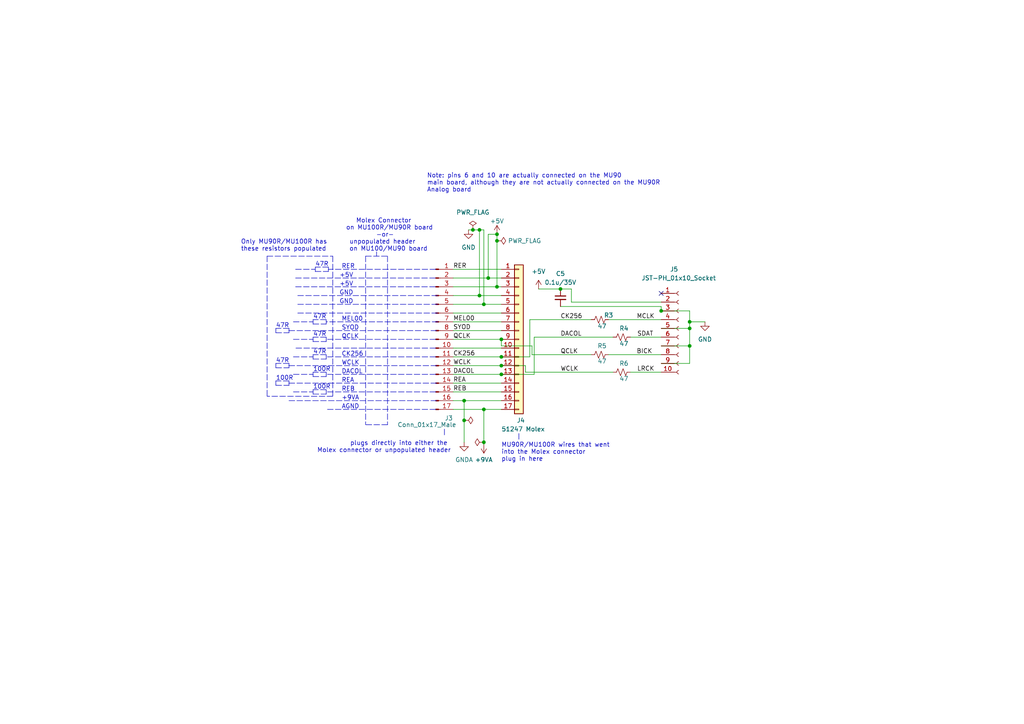
<source format=kicad_sch>
(kicad_sch (version 20211123) (generator eeschema)

  (uuid 8306ac0b-75df-49bd-8602-b0634460ff20)

  (paper "A4")

  (lib_symbols
    (symbol "Connector:Conn_01x10_Female" (pin_names (offset 1.016) hide) (in_bom yes) (on_board yes)
      (property "Reference" "J" (id 0) (at 0 12.7 0)
        (effects (font (size 1.27 1.27)))
      )
      (property "Value" "Conn_01x10_Female" (id 1) (at 0 -15.24 0)
        (effects (font (size 1.27 1.27)))
      )
      (property "Footprint" "" (id 2) (at 0 0 0)
        (effects (font (size 1.27 1.27)) hide)
      )
      (property "Datasheet" "~" (id 3) (at 0 0 0)
        (effects (font (size 1.27 1.27)) hide)
      )
      (property "ki_keywords" "connector" (id 4) (at 0 0 0)
        (effects (font (size 1.27 1.27)) hide)
      )
      (property "ki_description" "Generic connector, single row, 01x10, script generated (kicad-library-utils/schlib/autogen/connector/)" (id 5) (at 0 0 0)
        (effects (font (size 1.27 1.27)) hide)
      )
      (property "ki_fp_filters" "Connector*:*_1x??_*" (id 6) (at 0 0 0)
        (effects (font (size 1.27 1.27)) hide)
      )
      (symbol "Conn_01x10_Female_1_1"
        (arc (start 0 -12.192) (mid -0.508 -12.7) (end 0 -13.208)
          (stroke (width 0.1524) (type default) (color 0 0 0 0))
          (fill (type none))
        )
        (arc (start 0 -9.652) (mid -0.508 -10.16) (end 0 -10.668)
          (stroke (width 0.1524) (type default) (color 0 0 0 0))
          (fill (type none))
        )
        (arc (start 0 -7.112) (mid -0.508 -7.62) (end 0 -8.128)
          (stroke (width 0.1524) (type default) (color 0 0 0 0))
          (fill (type none))
        )
        (arc (start 0 -4.572) (mid -0.508 -5.08) (end 0 -5.588)
          (stroke (width 0.1524) (type default) (color 0 0 0 0))
          (fill (type none))
        )
        (arc (start 0 -2.032) (mid -0.508 -2.54) (end 0 -3.048)
          (stroke (width 0.1524) (type default) (color 0 0 0 0))
          (fill (type none))
        )
        (polyline
          (pts
            (xy -1.27 -12.7)
            (xy -0.508 -12.7)
          )
          (stroke (width 0.1524) (type default) (color 0 0 0 0))
          (fill (type none))
        )
        (polyline
          (pts
            (xy -1.27 -10.16)
            (xy -0.508 -10.16)
          )
          (stroke (width 0.1524) (type default) (color 0 0 0 0))
          (fill (type none))
        )
        (polyline
          (pts
            (xy -1.27 -7.62)
            (xy -0.508 -7.62)
          )
          (stroke (width 0.1524) (type default) (color 0 0 0 0))
          (fill (type none))
        )
        (polyline
          (pts
            (xy -1.27 -5.08)
            (xy -0.508 -5.08)
          )
          (stroke (width 0.1524) (type default) (color 0 0 0 0))
          (fill (type none))
        )
        (polyline
          (pts
            (xy -1.27 -2.54)
            (xy -0.508 -2.54)
          )
          (stroke (width 0.1524) (type default) (color 0 0 0 0))
          (fill (type none))
        )
        (polyline
          (pts
            (xy -1.27 0)
            (xy -0.508 0)
          )
          (stroke (width 0.1524) (type default) (color 0 0 0 0))
          (fill (type none))
        )
        (polyline
          (pts
            (xy -1.27 2.54)
            (xy -0.508 2.54)
          )
          (stroke (width 0.1524) (type default) (color 0 0 0 0))
          (fill (type none))
        )
        (polyline
          (pts
            (xy -1.27 5.08)
            (xy -0.508 5.08)
          )
          (stroke (width 0.1524) (type default) (color 0 0 0 0))
          (fill (type none))
        )
        (polyline
          (pts
            (xy -1.27 7.62)
            (xy -0.508 7.62)
          )
          (stroke (width 0.1524) (type default) (color 0 0 0 0))
          (fill (type none))
        )
        (polyline
          (pts
            (xy -1.27 10.16)
            (xy -0.508 10.16)
          )
          (stroke (width 0.1524) (type default) (color 0 0 0 0))
          (fill (type none))
        )
        (arc (start 0 0.508) (mid -0.508 0) (end 0 -0.508)
          (stroke (width 0.1524) (type default) (color 0 0 0 0))
          (fill (type none))
        )
        (arc (start 0 3.048) (mid -0.508 2.54) (end 0 2.032)
          (stroke (width 0.1524) (type default) (color 0 0 0 0))
          (fill (type none))
        )
        (arc (start 0 5.588) (mid -0.508 5.08) (end 0 4.572)
          (stroke (width 0.1524) (type default) (color 0 0 0 0))
          (fill (type none))
        )
        (arc (start 0 8.128) (mid -0.508 7.62) (end 0 7.112)
          (stroke (width 0.1524) (type default) (color 0 0 0 0))
          (fill (type none))
        )
        (arc (start 0 10.668) (mid -0.508 10.16) (end 0 9.652)
          (stroke (width 0.1524) (type default) (color 0 0 0 0))
          (fill (type none))
        )
        (pin passive line (at -5.08 10.16 0) (length 3.81)
          (name "Pin_1" (effects (font (size 1.27 1.27))))
          (number "1" (effects (font (size 1.27 1.27))))
        )
        (pin passive line (at -5.08 -12.7 0) (length 3.81)
          (name "Pin_10" (effects (font (size 1.27 1.27))))
          (number "10" (effects (font (size 1.27 1.27))))
        )
        (pin passive line (at -5.08 7.62 0) (length 3.81)
          (name "Pin_2" (effects (font (size 1.27 1.27))))
          (number "2" (effects (font (size 1.27 1.27))))
        )
        (pin passive line (at -5.08 5.08 0) (length 3.81)
          (name "Pin_3" (effects (font (size 1.27 1.27))))
          (number "3" (effects (font (size 1.27 1.27))))
        )
        (pin passive line (at -5.08 2.54 0) (length 3.81)
          (name "Pin_4" (effects (font (size 1.27 1.27))))
          (number "4" (effects (font (size 1.27 1.27))))
        )
        (pin passive line (at -5.08 0 0) (length 3.81)
          (name "Pin_5" (effects (font (size 1.27 1.27))))
          (number "5" (effects (font (size 1.27 1.27))))
        )
        (pin passive line (at -5.08 -2.54 0) (length 3.81)
          (name "Pin_6" (effects (font (size 1.27 1.27))))
          (number "6" (effects (font (size 1.27 1.27))))
        )
        (pin passive line (at -5.08 -5.08 0) (length 3.81)
          (name "Pin_7" (effects (font (size 1.27 1.27))))
          (number "7" (effects (font (size 1.27 1.27))))
        )
        (pin passive line (at -5.08 -7.62 0) (length 3.81)
          (name "Pin_8" (effects (font (size 1.27 1.27))))
          (number "8" (effects (font (size 1.27 1.27))))
        )
        (pin passive line (at -5.08 -10.16 0) (length 3.81)
          (name "Pin_9" (effects (font (size 1.27 1.27))))
          (number "9" (effects (font (size 1.27 1.27))))
        )
      )
    )
    (symbol "Connector:Conn_01x17_Male" (pin_names (offset 1.016) hide) (in_bom yes) (on_board yes)
      (property "Reference" "J" (id 0) (at 0 22.86 0)
        (effects (font (size 1.27 1.27)))
      )
      (property "Value" "Conn_01x17_Male" (id 1) (at 0 -22.86 0)
        (effects (font (size 1.27 1.27)))
      )
      (property "Footprint" "" (id 2) (at 0 0 0)
        (effects (font (size 1.27 1.27)) hide)
      )
      (property "Datasheet" "~" (id 3) (at 0 0 0)
        (effects (font (size 1.27 1.27)) hide)
      )
      (property "ki_keywords" "connector" (id 4) (at 0 0 0)
        (effects (font (size 1.27 1.27)) hide)
      )
      (property "ki_description" "Generic connector, single row, 01x17, script generated (kicad-library-utils/schlib/autogen/connector/)" (id 5) (at 0 0 0)
        (effects (font (size 1.27 1.27)) hide)
      )
      (property "ki_fp_filters" "Connector*:*_1x??_*" (id 6) (at 0 0 0)
        (effects (font (size 1.27 1.27)) hide)
      )
      (symbol "Conn_01x17_Male_1_1"
        (polyline
          (pts
            (xy 1.27 -20.32)
            (xy 0.8636 -20.32)
          )
          (stroke (width 0.1524) (type default) (color 0 0 0 0))
          (fill (type none))
        )
        (polyline
          (pts
            (xy 1.27 -17.78)
            (xy 0.8636 -17.78)
          )
          (stroke (width 0.1524) (type default) (color 0 0 0 0))
          (fill (type none))
        )
        (polyline
          (pts
            (xy 1.27 -15.24)
            (xy 0.8636 -15.24)
          )
          (stroke (width 0.1524) (type default) (color 0 0 0 0))
          (fill (type none))
        )
        (polyline
          (pts
            (xy 1.27 -12.7)
            (xy 0.8636 -12.7)
          )
          (stroke (width 0.1524) (type default) (color 0 0 0 0))
          (fill (type none))
        )
        (polyline
          (pts
            (xy 1.27 -10.16)
            (xy 0.8636 -10.16)
          )
          (stroke (width 0.1524) (type default) (color 0 0 0 0))
          (fill (type none))
        )
        (polyline
          (pts
            (xy 1.27 -7.62)
            (xy 0.8636 -7.62)
          )
          (stroke (width 0.1524) (type default) (color 0 0 0 0))
          (fill (type none))
        )
        (polyline
          (pts
            (xy 1.27 -5.08)
            (xy 0.8636 -5.08)
          )
          (stroke (width 0.1524) (type default) (color 0 0 0 0))
          (fill (type none))
        )
        (polyline
          (pts
            (xy 1.27 -2.54)
            (xy 0.8636 -2.54)
          )
          (stroke (width 0.1524) (type default) (color 0 0 0 0))
          (fill (type none))
        )
        (polyline
          (pts
            (xy 1.27 0)
            (xy 0.8636 0)
          )
          (stroke (width 0.1524) (type default) (color 0 0 0 0))
          (fill (type none))
        )
        (polyline
          (pts
            (xy 1.27 2.54)
            (xy 0.8636 2.54)
          )
          (stroke (width 0.1524) (type default) (color 0 0 0 0))
          (fill (type none))
        )
        (polyline
          (pts
            (xy 1.27 5.08)
            (xy 0.8636 5.08)
          )
          (stroke (width 0.1524) (type default) (color 0 0 0 0))
          (fill (type none))
        )
        (polyline
          (pts
            (xy 1.27 7.62)
            (xy 0.8636 7.62)
          )
          (stroke (width 0.1524) (type default) (color 0 0 0 0))
          (fill (type none))
        )
        (polyline
          (pts
            (xy 1.27 10.16)
            (xy 0.8636 10.16)
          )
          (stroke (width 0.1524) (type default) (color 0 0 0 0))
          (fill (type none))
        )
        (polyline
          (pts
            (xy 1.27 12.7)
            (xy 0.8636 12.7)
          )
          (stroke (width 0.1524) (type default) (color 0 0 0 0))
          (fill (type none))
        )
        (polyline
          (pts
            (xy 1.27 15.24)
            (xy 0.8636 15.24)
          )
          (stroke (width 0.1524) (type default) (color 0 0 0 0))
          (fill (type none))
        )
        (polyline
          (pts
            (xy 1.27 17.78)
            (xy 0.8636 17.78)
          )
          (stroke (width 0.1524) (type default) (color 0 0 0 0))
          (fill (type none))
        )
        (polyline
          (pts
            (xy 1.27 20.32)
            (xy 0.8636 20.32)
          )
          (stroke (width 0.1524) (type default) (color 0 0 0 0))
          (fill (type none))
        )
        (rectangle (start 0.8636 -20.193) (end 0 -20.447)
          (stroke (width 0.1524) (type default) (color 0 0 0 0))
          (fill (type outline))
        )
        (rectangle (start 0.8636 -17.653) (end 0 -17.907)
          (stroke (width 0.1524) (type default) (color 0 0 0 0))
          (fill (type outline))
        )
        (rectangle (start 0.8636 -15.113) (end 0 -15.367)
          (stroke (width 0.1524) (type default) (color 0 0 0 0))
          (fill (type outline))
        )
        (rectangle (start 0.8636 -12.573) (end 0 -12.827)
          (stroke (width 0.1524) (type default) (color 0 0 0 0))
          (fill (type outline))
        )
        (rectangle (start 0.8636 -10.033) (end 0 -10.287)
          (stroke (width 0.1524) (type default) (color 0 0 0 0))
          (fill (type outline))
        )
        (rectangle (start 0.8636 -7.493) (end 0 -7.747)
          (stroke (width 0.1524) (type default) (color 0 0 0 0))
          (fill (type outline))
        )
        (rectangle (start 0.8636 -4.953) (end 0 -5.207)
          (stroke (width 0.1524) (type default) (color 0 0 0 0))
          (fill (type outline))
        )
        (rectangle (start 0.8636 -2.413) (end 0 -2.667)
          (stroke (width 0.1524) (type default) (color 0 0 0 0))
          (fill (type outline))
        )
        (rectangle (start 0.8636 0.127) (end 0 -0.127)
          (stroke (width 0.1524) (type default) (color 0 0 0 0))
          (fill (type outline))
        )
        (rectangle (start 0.8636 2.667) (end 0 2.413)
          (stroke (width 0.1524) (type default) (color 0 0 0 0))
          (fill (type outline))
        )
        (rectangle (start 0.8636 5.207) (end 0 4.953)
          (stroke (width 0.1524) (type default) (color 0 0 0 0))
          (fill (type outline))
        )
        (rectangle (start 0.8636 7.747) (end 0 7.493)
          (stroke (width 0.1524) (type default) (color 0 0 0 0))
          (fill (type outline))
        )
        (rectangle (start 0.8636 10.287) (end 0 10.033)
          (stroke (width 0.1524) (type default) (color 0 0 0 0))
          (fill (type outline))
        )
        (rectangle (start 0.8636 12.827) (end 0 12.573)
          (stroke (width 0.1524) (type default) (color 0 0 0 0))
          (fill (type outline))
        )
        (rectangle (start 0.8636 15.367) (end 0 15.113)
          (stroke (width 0.1524) (type default) (color 0 0 0 0))
          (fill (type outline))
        )
        (rectangle (start 0.8636 17.907) (end 0 17.653)
          (stroke (width 0.1524) (type default) (color 0 0 0 0))
          (fill (type outline))
        )
        (rectangle (start 0.8636 20.447) (end 0 20.193)
          (stroke (width 0.1524) (type default) (color 0 0 0 0))
          (fill (type outline))
        )
        (pin passive line (at 5.08 20.32 180) (length 3.81)
          (name "Pin_1" (effects (font (size 1.27 1.27))))
          (number "1" (effects (font (size 1.27 1.27))))
        )
        (pin passive line (at 5.08 -2.54 180) (length 3.81)
          (name "Pin_10" (effects (font (size 1.27 1.27))))
          (number "10" (effects (font (size 1.27 1.27))))
        )
        (pin passive line (at 5.08 -5.08 180) (length 3.81)
          (name "Pin_11" (effects (font (size 1.27 1.27))))
          (number "11" (effects (font (size 1.27 1.27))))
        )
        (pin passive line (at 5.08 -7.62 180) (length 3.81)
          (name "Pin_12" (effects (font (size 1.27 1.27))))
          (number "12" (effects (font (size 1.27 1.27))))
        )
        (pin passive line (at 5.08 -10.16 180) (length 3.81)
          (name "Pin_13" (effects (font (size 1.27 1.27))))
          (number "13" (effects (font (size 1.27 1.27))))
        )
        (pin passive line (at 5.08 -12.7 180) (length 3.81)
          (name "Pin_14" (effects (font (size 1.27 1.27))))
          (number "14" (effects (font (size 1.27 1.27))))
        )
        (pin passive line (at 5.08 -15.24 180) (length 3.81)
          (name "Pin_15" (effects (font (size 1.27 1.27))))
          (number "15" (effects (font (size 1.27 1.27))))
        )
        (pin passive line (at 5.08 -17.78 180) (length 3.81)
          (name "Pin_16" (effects (font (size 1.27 1.27))))
          (number "16" (effects (font (size 1.27 1.27))))
        )
        (pin passive line (at 5.08 -20.32 180) (length 3.81)
          (name "Pin_17" (effects (font (size 1.27 1.27))))
          (number "17" (effects (font (size 1.27 1.27))))
        )
        (pin passive line (at 5.08 17.78 180) (length 3.81)
          (name "Pin_2" (effects (font (size 1.27 1.27))))
          (number "2" (effects (font (size 1.27 1.27))))
        )
        (pin passive line (at 5.08 15.24 180) (length 3.81)
          (name "Pin_3" (effects (font (size 1.27 1.27))))
          (number "3" (effects (font (size 1.27 1.27))))
        )
        (pin passive line (at 5.08 12.7 180) (length 3.81)
          (name "Pin_4" (effects (font (size 1.27 1.27))))
          (number "4" (effects (font (size 1.27 1.27))))
        )
        (pin passive line (at 5.08 10.16 180) (length 3.81)
          (name "Pin_5" (effects (font (size 1.27 1.27))))
          (number "5" (effects (font (size 1.27 1.27))))
        )
        (pin passive line (at 5.08 7.62 180) (length 3.81)
          (name "Pin_6" (effects (font (size 1.27 1.27))))
          (number "6" (effects (font (size 1.27 1.27))))
        )
        (pin passive line (at 5.08 5.08 180) (length 3.81)
          (name "Pin_7" (effects (font (size 1.27 1.27))))
          (number "7" (effects (font (size 1.27 1.27))))
        )
        (pin passive line (at 5.08 2.54 180) (length 3.81)
          (name "Pin_8" (effects (font (size 1.27 1.27))))
          (number "8" (effects (font (size 1.27 1.27))))
        )
        (pin passive line (at 5.08 0 180) (length 3.81)
          (name "Pin_9" (effects (font (size 1.27 1.27))))
          (number "9" (effects (font (size 1.27 1.27))))
        )
      )
    )
    (symbol "Connector_Generic:Conn_01x17" (pin_names (offset 1.016) hide) (in_bom yes) (on_board yes)
      (property "Reference" "J" (id 0) (at 0 22.86 0)
        (effects (font (size 1.27 1.27)))
      )
      (property "Value" "Conn_01x17" (id 1) (at 0 -22.86 0)
        (effects (font (size 1.27 1.27)))
      )
      (property "Footprint" "" (id 2) (at 0 0 0)
        (effects (font (size 1.27 1.27)) hide)
      )
      (property "Datasheet" "~" (id 3) (at 0 0 0)
        (effects (font (size 1.27 1.27)) hide)
      )
      (property "ki_keywords" "connector" (id 4) (at 0 0 0)
        (effects (font (size 1.27 1.27)) hide)
      )
      (property "ki_description" "Generic connector, single row, 01x17, script generated (kicad-library-utils/schlib/autogen/connector/)" (id 5) (at 0 0 0)
        (effects (font (size 1.27 1.27)) hide)
      )
      (property "ki_fp_filters" "Connector*:*_1x??_*" (id 6) (at 0 0 0)
        (effects (font (size 1.27 1.27)) hide)
      )
      (symbol "Conn_01x17_1_1"
        (rectangle (start -1.27 -20.193) (end 0 -20.447)
          (stroke (width 0.1524) (type default) (color 0 0 0 0))
          (fill (type none))
        )
        (rectangle (start -1.27 -17.653) (end 0 -17.907)
          (stroke (width 0.1524) (type default) (color 0 0 0 0))
          (fill (type none))
        )
        (rectangle (start -1.27 -15.113) (end 0 -15.367)
          (stroke (width 0.1524) (type default) (color 0 0 0 0))
          (fill (type none))
        )
        (rectangle (start -1.27 -12.573) (end 0 -12.827)
          (stroke (width 0.1524) (type default) (color 0 0 0 0))
          (fill (type none))
        )
        (rectangle (start -1.27 -10.033) (end 0 -10.287)
          (stroke (width 0.1524) (type default) (color 0 0 0 0))
          (fill (type none))
        )
        (rectangle (start -1.27 -7.493) (end 0 -7.747)
          (stroke (width 0.1524) (type default) (color 0 0 0 0))
          (fill (type none))
        )
        (rectangle (start -1.27 -4.953) (end 0 -5.207)
          (stroke (width 0.1524) (type default) (color 0 0 0 0))
          (fill (type none))
        )
        (rectangle (start -1.27 -2.413) (end 0 -2.667)
          (stroke (width 0.1524) (type default) (color 0 0 0 0))
          (fill (type none))
        )
        (rectangle (start -1.27 0.127) (end 0 -0.127)
          (stroke (width 0.1524) (type default) (color 0 0 0 0))
          (fill (type none))
        )
        (rectangle (start -1.27 2.667) (end 0 2.413)
          (stroke (width 0.1524) (type default) (color 0 0 0 0))
          (fill (type none))
        )
        (rectangle (start -1.27 5.207) (end 0 4.953)
          (stroke (width 0.1524) (type default) (color 0 0 0 0))
          (fill (type none))
        )
        (rectangle (start -1.27 7.747) (end 0 7.493)
          (stroke (width 0.1524) (type default) (color 0 0 0 0))
          (fill (type none))
        )
        (rectangle (start -1.27 10.287) (end 0 10.033)
          (stroke (width 0.1524) (type default) (color 0 0 0 0))
          (fill (type none))
        )
        (rectangle (start -1.27 12.827) (end 0 12.573)
          (stroke (width 0.1524) (type default) (color 0 0 0 0))
          (fill (type none))
        )
        (rectangle (start -1.27 15.367) (end 0 15.113)
          (stroke (width 0.1524) (type default) (color 0 0 0 0))
          (fill (type none))
        )
        (rectangle (start -1.27 17.907) (end 0 17.653)
          (stroke (width 0.1524) (type default) (color 0 0 0 0))
          (fill (type none))
        )
        (rectangle (start -1.27 20.447) (end 0 20.193)
          (stroke (width 0.1524) (type default) (color 0 0 0 0))
          (fill (type none))
        )
        (rectangle (start -1.27 21.59) (end 1.27 -21.59)
          (stroke (width 0.254) (type default) (color 0 0 0 0))
          (fill (type background))
        )
        (pin passive line (at -5.08 20.32 0) (length 3.81)
          (name "Pin_1" (effects (font (size 1.27 1.27))))
          (number "1" (effects (font (size 1.27 1.27))))
        )
        (pin passive line (at -5.08 -2.54 0) (length 3.81)
          (name "Pin_10" (effects (font (size 1.27 1.27))))
          (number "10" (effects (font (size 1.27 1.27))))
        )
        (pin passive line (at -5.08 -5.08 0) (length 3.81)
          (name "Pin_11" (effects (font (size 1.27 1.27))))
          (number "11" (effects (font (size 1.27 1.27))))
        )
        (pin passive line (at -5.08 -7.62 0) (length 3.81)
          (name "Pin_12" (effects (font (size 1.27 1.27))))
          (number "12" (effects (font (size 1.27 1.27))))
        )
        (pin passive line (at -5.08 -10.16 0) (length 3.81)
          (name "Pin_13" (effects (font (size 1.27 1.27))))
          (number "13" (effects (font (size 1.27 1.27))))
        )
        (pin passive line (at -5.08 -12.7 0) (length 3.81)
          (name "Pin_14" (effects (font (size 1.27 1.27))))
          (number "14" (effects (font (size 1.27 1.27))))
        )
        (pin passive line (at -5.08 -15.24 0) (length 3.81)
          (name "Pin_15" (effects (font (size 1.27 1.27))))
          (number "15" (effects (font (size 1.27 1.27))))
        )
        (pin passive line (at -5.08 -17.78 0) (length 3.81)
          (name "Pin_16" (effects (font (size 1.27 1.27))))
          (number "16" (effects (font (size 1.27 1.27))))
        )
        (pin passive line (at -5.08 -20.32 0) (length 3.81)
          (name "Pin_17" (effects (font (size 1.27 1.27))))
          (number "17" (effects (font (size 1.27 1.27))))
        )
        (pin passive line (at -5.08 17.78 0) (length 3.81)
          (name "Pin_2" (effects (font (size 1.27 1.27))))
          (number "2" (effects (font (size 1.27 1.27))))
        )
        (pin passive line (at -5.08 15.24 0) (length 3.81)
          (name "Pin_3" (effects (font (size 1.27 1.27))))
          (number "3" (effects (font (size 1.27 1.27))))
        )
        (pin passive line (at -5.08 12.7 0) (length 3.81)
          (name "Pin_4" (effects (font (size 1.27 1.27))))
          (number "4" (effects (font (size 1.27 1.27))))
        )
        (pin passive line (at -5.08 10.16 0) (length 3.81)
          (name "Pin_5" (effects (font (size 1.27 1.27))))
          (number "5" (effects (font (size 1.27 1.27))))
        )
        (pin passive line (at -5.08 7.62 0) (length 3.81)
          (name "Pin_6" (effects (font (size 1.27 1.27))))
          (number "6" (effects (font (size 1.27 1.27))))
        )
        (pin passive line (at -5.08 5.08 0) (length 3.81)
          (name "Pin_7" (effects (font (size 1.27 1.27))))
          (number "7" (effects (font (size 1.27 1.27))))
        )
        (pin passive line (at -5.08 2.54 0) (length 3.81)
          (name "Pin_8" (effects (font (size 1.27 1.27))))
          (number "8" (effects (font (size 1.27 1.27))))
        )
        (pin passive line (at -5.08 0 0) (length 3.81)
          (name "Pin_9" (effects (font (size 1.27 1.27))))
          (number "9" (effects (font (size 1.27 1.27))))
        )
      )
    )
    (symbol "Device:C_Small" (pin_numbers hide) (pin_names (offset 0.254) hide) (in_bom yes) (on_board yes)
      (property "Reference" "C" (id 0) (at 0.254 1.778 0)
        (effects (font (size 1.27 1.27)) (justify left))
      )
      (property "Value" "C_Small" (id 1) (at 0.254 -2.032 0)
        (effects (font (size 1.27 1.27)) (justify left))
      )
      (property "Footprint" "" (id 2) (at 0 0 0)
        (effects (font (size 1.27 1.27)) hide)
      )
      (property "Datasheet" "~" (id 3) (at 0 0 0)
        (effects (font (size 1.27 1.27)) hide)
      )
      (property "ki_keywords" "capacitor cap" (id 4) (at 0 0 0)
        (effects (font (size 1.27 1.27)) hide)
      )
      (property "ki_description" "Unpolarized capacitor, small symbol" (id 5) (at 0 0 0)
        (effects (font (size 1.27 1.27)) hide)
      )
      (property "ki_fp_filters" "C_*" (id 6) (at 0 0 0)
        (effects (font (size 1.27 1.27)) hide)
      )
      (symbol "C_Small_0_1"
        (polyline
          (pts
            (xy -1.524 -0.508)
            (xy 1.524 -0.508)
          )
          (stroke (width 0.3302) (type default) (color 0 0 0 0))
          (fill (type none))
        )
        (polyline
          (pts
            (xy -1.524 0.508)
            (xy 1.524 0.508)
          )
          (stroke (width 0.3048) (type default) (color 0 0 0 0))
          (fill (type none))
        )
      )
      (symbol "C_Small_1_1"
        (pin passive line (at 0 2.54 270) (length 2.032)
          (name "~" (effects (font (size 1.27 1.27))))
          (number "1" (effects (font (size 1.27 1.27))))
        )
        (pin passive line (at 0 -2.54 90) (length 2.032)
          (name "~" (effects (font (size 1.27 1.27))))
          (number "2" (effects (font (size 1.27 1.27))))
        )
      )
    )
    (symbol "Device:R_Small_US" (pin_numbers hide) (pin_names (offset 0.254) hide) (in_bom yes) (on_board yes)
      (property "Reference" "R" (id 0) (at 0.762 0.508 0)
        (effects (font (size 1.27 1.27)) (justify left))
      )
      (property "Value" "R_Small_US" (id 1) (at 0.762 -1.016 0)
        (effects (font (size 1.27 1.27)) (justify left))
      )
      (property "Footprint" "" (id 2) (at 0 0 0)
        (effects (font (size 1.27 1.27)) hide)
      )
      (property "Datasheet" "~" (id 3) (at 0 0 0)
        (effects (font (size 1.27 1.27)) hide)
      )
      (property "ki_keywords" "r resistor" (id 4) (at 0 0 0)
        (effects (font (size 1.27 1.27)) hide)
      )
      (property "ki_description" "Resistor, small US symbol" (id 5) (at 0 0 0)
        (effects (font (size 1.27 1.27)) hide)
      )
      (property "ki_fp_filters" "R_*" (id 6) (at 0 0 0)
        (effects (font (size 1.27 1.27)) hide)
      )
      (symbol "R_Small_US_1_1"
        (polyline
          (pts
            (xy 0 0)
            (xy 1.016 -0.381)
            (xy 0 -0.762)
            (xy -1.016 -1.143)
            (xy 0 -1.524)
          )
          (stroke (width 0) (type default) (color 0 0 0 0))
          (fill (type none))
        )
        (polyline
          (pts
            (xy 0 1.524)
            (xy 1.016 1.143)
            (xy 0 0.762)
            (xy -1.016 0.381)
            (xy 0 0)
          )
          (stroke (width 0) (type default) (color 0 0 0 0))
          (fill (type none))
        )
        (pin passive line (at 0 2.54 270) (length 1.016)
          (name "~" (effects (font (size 1.27 1.27))))
          (number "1" (effects (font (size 1.27 1.27))))
        )
        (pin passive line (at 0 -2.54 90) (length 1.016)
          (name "~" (effects (font (size 1.27 1.27))))
          (number "2" (effects (font (size 1.27 1.27))))
        )
      )
    )
    (symbol "power:+5V" (power) (pin_names (offset 0)) (in_bom yes) (on_board yes)
      (property "Reference" "#PWR" (id 0) (at 0 -3.81 0)
        (effects (font (size 1.27 1.27)) hide)
      )
      (property "Value" "+5V" (id 1) (at 0 3.556 0)
        (effects (font (size 1.27 1.27)))
      )
      (property "Footprint" "" (id 2) (at 0 0 0)
        (effects (font (size 1.27 1.27)) hide)
      )
      (property "Datasheet" "" (id 3) (at 0 0 0)
        (effects (font (size 1.27 1.27)) hide)
      )
      (property "ki_keywords" "power-flag" (id 4) (at 0 0 0)
        (effects (font (size 1.27 1.27)) hide)
      )
      (property "ki_description" "Power symbol creates a global label with name \"+5V\"" (id 5) (at 0 0 0)
        (effects (font (size 1.27 1.27)) hide)
      )
      (symbol "+5V_0_1"
        (polyline
          (pts
            (xy -0.762 1.27)
            (xy 0 2.54)
          )
          (stroke (width 0) (type default) (color 0 0 0 0))
          (fill (type none))
        )
        (polyline
          (pts
            (xy 0 0)
            (xy 0 2.54)
          )
          (stroke (width 0) (type default) (color 0 0 0 0))
          (fill (type none))
        )
        (polyline
          (pts
            (xy 0 2.54)
            (xy 0.762 1.27)
          )
          (stroke (width 0) (type default) (color 0 0 0 0))
          (fill (type none))
        )
      )
      (symbol "+5V_1_1"
        (pin power_in line (at 0 0 90) (length 0) hide
          (name "+5V" (effects (font (size 1.27 1.27))))
          (number "1" (effects (font (size 1.27 1.27))))
        )
      )
    )
    (symbol "power:+9VA" (power) (pin_names (offset 0)) (in_bom yes) (on_board yes)
      (property "Reference" "#PWR" (id 0) (at 0 -3.175 0)
        (effects (font (size 1.27 1.27)) hide)
      )
      (property "Value" "+9VA" (id 1) (at 0 3.81 0)
        (effects (font (size 1.27 1.27)))
      )
      (property "Footprint" "" (id 2) (at 0 0 0)
        (effects (font (size 1.27 1.27)) hide)
      )
      (property "Datasheet" "" (id 3) (at 0 0 0)
        (effects (font (size 1.27 1.27)) hide)
      )
      (property "ki_keywords" "power-flag" (id 4) (at 0 0 0)
        (effects (font (size 1.27 1.27)) hide)
      )
      (property "ki_description" "Power symbol creates a global label with name \"+9VA\"" (id 5) (at 0 0 0)
        (effects (font (size 1.27 1.27)) hide)
      )
      (symbol "+9VA_0_1"
        (polyline
          (pts
            (xy -0.762 1.27)
            (xy 0 2.54)
          )
          (stroke (width 0) (type default) (color 0 0 0 0))
          (fill (type none))
        )
        (polyline
          (pts
            (xy 0 0)
            (xy 0 2.54)
          )
          (stroke (width 0) (type default) (color 0 0 0 0))
          (fill (type none))
        )
        (polyline
          (pts
            (xy 0 2.54)
            (xy 0.762 1.27)
          )
          (stroke (width 0) (type default) (color 0 0 0 0))
          (fill (type none))
        )
      )
      (symbol "+9VA_1_1"
        (pin power_in line (at 0 0 90) (length 0) hide
          (name "+9VA" (effects (font (size 1.27 1.27))))
          (number "1" (effects (font (size 1.27 1.27))))
        )
      )
    )
    (symbol "power:GND" (power) (pin_names (offset 0)) (in_bom yes) (on_board yes)
      (property "Reference" "#PWR" (id 0) (at 0 -6.35 0)
        (effects (font (size 1.27 1.27)) hide)
      )
      (property "Value" "GND" (id 1) (at 0 -3.81 0)
        (effects (font (size 1.27 1.27)))
      )
      (property "Footprint" "" (id 2) (at 0 0 0)
        (effects (font (size 1.27 1.27)) hide)
      )
      (property "Datasheet" "" (id 3) (at 0 0 0)
        (effects (font (size 1.27 1.27)) hide)
      )
      (property "ki_keywords" "power-flag" (id 4) (at 0 0 0)
        (effects (font (size 1.27 1.27)) hide)
      )
      (property "ki_description" "Power symbol creates a global label with name \"GND\" , ground" (id 5) (at 0 0 0)
        (effects (font (size 1.27 1.27)) hide)
      )
      (symbol "GND_0_1"
        (polyline
          (pts
            (xy 0 0)
            (xy 0 -1.27)
            (xy 1.27 -1.27)
            (xy 0 -2.54)
            (xy -1.27 -1.27)
            (xy 0 -1.27)
          )
          (stroke (width 0) (type default) (color 0 0 0 0))
          (fill (type none))
        )
      )
      (symbol "GND_1_1"
        (pin power_in line (at 0 0 270) (length 0) hide
          (name "GND" (effects (font (size 1.27 1.27))))
          (number "1" (effects (font (size 1.27 1.27))))
        )
      )
    )
    (symbol "power:GNDA" (power) (pin_names (offset 0)) (in_bom yes) (on_board yes)
      (property "Reference" "#PWR" (id 0) (at 0 -6.35 0)
        (effects (font (size 1.27 1.27)) hide)
      )
      (property "Value" "GNDA" (id 1) (at 0 -3.81 0)
        (effects (font (size 1.27 1.27)))
      )
      (property "Footprint" "" (id 2) (at 0 0 0)
        (effects (font (size 1.27 1.27)) hide)
      )
      (property "Datasheet" "" (id 3) (at 0 0 0)
        (effects (font (size 1.27 1.27)) hide)
      )
      (property "ki_keywords" "power-flag" (id 4) (at 0 0 0)
        (effects (font (size 1.27 1.27)) hide)
      )
      (property "ki_description" "Power symbol creates a global label with name \"GNDA\" , analog ground" (id 5) (at 0 0 0)
        (effects (font (size 1.27 1.27)) hide)
      )
      (symbol "GNDA_0_1"
        (polyline
          (pts
            (xy 0 0)
            (xy 0 -1.27)
            (xy 1.27 -1.27)
            (xy 0 -2.54)
            (xy -1.27 -1.27)
            (xy 0 -1.27)
          )
          (stroke (width 0) (type default) (color 0 0 0 0))
          (fill (type none))
        )
      )
      (symbol "GNDA_1_1"
        (pin power_in line (at 0 0 270) (length 0) hide
          (name "GNDA" (effects (font (size 1.27 1.27))))
          (number "1" (effects (font (size 1.27 1.27))))
        )
      )
    )
    (symbol "power:PWR_FLAG" (power) (pin_numbers hide) (pin_names (offset 0) hide) (in_bom yes) (on_board yes)
      (property "Reference" "#FLG" (id 0) (at 0 1.905 0)
        (effects (font (size 1.27 1.27)) hide)
      )
      (property "Value" "PWR_FLAG" (id 1) (at 0 3.81 0)
        (effects (font (size 1.27 1.27)))
      )
      (property "Footprint" "" (id 2) (at 0 0 0)
        (effects (font (size 1.27 1.27)) hide)
      )
      (property "Datasheet" "~" (id 3) (at 0 0 0)
        (effects (font (size 1.27 1.27)) hide)
      )
      (property "ki_keywords" "power-flag" (id 4) (at 0 0 0)
        (effects (font (size 1.27 1.27)) hide)
      )
      (property "ki_description" "Special symbol for telling ERC where power comes from" (id 5) (at 0 0 0)
        (effects (font (size 1.27 1.27)) hide)
      )
      (symbol "PWR_FLAG_0_0"
        (pin power_out line (at 0 0 90) (length 0)
          (name "pwr" (effects (font (size 1.27 1.27))))
          (number "1" (effects (font (size 1.27 1.27))))
        )
      )
      (symbol "PWR_FLAG_0_1"
        (polyline
          (pts
            (xy 0 0)
            (xy 0 1.27)
            (xy -1.016 1.905)
            (xy 0 2.54)
            (xy 1.016 1.905)
            (xy 0 1.27)
          )
          (stroke (width 0) (type default) (color 0 0 0 0))
          (fill (type none))
        )
      )
    )
  )

  (junction (at 144.145 67.945) (diameter 0) (color 0 0 0 0)
    (uuid 0409d5bd-6b96-47d6-bb8d-c9ff70be817d)
  )
  (junction (at 134.62 121.92) (diameter 0) (color 0 0 0 0)
    (uuid 0723d8e1-ee22-4051-825e-77fe1b4b1b74)
  )
  (junction (at 200.025 93.345) (diameter 0) (color 0 0 0 0)
    (uuid 18cf4fb6-ca92-44ec-95f1-2adb5dfd4536)
  )
  (junction (at 145.415 108.585) (diameter 0) (color 0 0 0 0)
    (uuid 20cf0c08-e332-4a8c-b3c4-79dc756d878b)
  )
  (junction (at 144.145 83.185) (diameter 0) (color 0 0 0 0)
    (uuid 2d5f70d7-69b2-4905-9bb4-9e48714ab5d1)
  )
  (junction (at 134.62 116.205) (diameter 0) (color 0 0 0 0)
    (uuid 2f467f40-c1c7-4678-b309-b0c274b5a57f)
  )
  (junction (at 162.56 83.82) (diameter 0) (color 0 0 0 0)
    (uuid 47d45996-5914-498d-9155-02c861625a77)
  )
  (junction (at 139.065 85.725) (diameter 0) (color 0 0 0 0)
    (uuid 55acbe99-c906-4a3c-a508-a08335067413)
  )
  (junction (at 140.335 128.27) (diameter 0) (color 0 0 0 0)
    (uuid 5f1502a7-19f8-421d-8751-ea9fc92db0de)
  )
  (junction (at 144.145 69.85) (diameter 0) (color 0 0 0 0)
    (uuid 60740de8-9b7d-46a3-983e-2b60d3dfd97b)
  )
  (junction (at 145.415 98.425) (diameter 0) (color 0 0 0 0)
    (uuid 762c3c0b-490f-4700-be51-c6a7ba896fe3)
  )
  (junction (at 145.415 106.045) (diameter 0) (color 0 0 0 0)
    (uuid 89093827-bb23-4e39-8ebb-d4aae8eed604)
  )
  (junction (at 140.335 88.265) (diameter 0) (color 0 0 0 0)
    (uuid 972d1dd0-6bd0-4f7d-a961-e0d0c99ad948)
  )
  (junction (at 139.065 66.675) (diameter 0) (color 0 0 0 0)
    (uuid a0c2ed19-a636-40a2-8970-6e4539968ab6)
  )
  (junction (at 191.77 90.17) (diameter 0) (color 0 0 0 0)
    (uuid a452a9fc-5991-4009-9e56-7642676d69c4)
  )
  (junction (at 141.605 80.645) (diameter 0) (color 0 0 0 0)
    (uuid abe514bc-8004-41a1-b6db-5571155df230)
  )
  (junction (at 200.025 100.33) (diameter 0) (color 0 0 0 0)
    (uuid aea8ebdd-24cc-48f6-a569-93b1b6a74142)
  )
  (junction (at 140.335 118.745) (diameter 0) (color 0 0 0 0)
    (uuid b3031e3f-415e-4b5b-a1bc-6773b71af3ea)
  )
  (junction (at 137.16 66.675) (diameter 0) (color 0 0 0 0)
    (uuid d8b5d407-beb2-4895-920b-72a93c2cd67a)
  )
  (junction (at 145.415 103.505) (diameter 0) (color 0 0 0 0)
    (uuid f147520a-ecc2-4b7e-b9c3-9b0e6b1e15d3)
  )
  (junction (at 200.025 95.25) (diameter 0) (color 0 0 0 0)
    (uuid ffe7044a-20ff-4a46-b7ee-d79e7c7642c8)
  )

  (no_connect (at 191.77 85.09) (uuid 193e919a-c460-4fb7-9c3e-fd639131023b))

  (polyline (pts (xy 80.01 106.68) (xy 83.82 106.68))
    (stroke (width 0) (type default) (color 0 0 0 0))
    (uuid 004c30d9-3726-4058-8db0-bb836a778fc7)
  )
  (polyline (pts (xy 90.805 113.03) (xy 90.805 114.3))
    (stroke (width 0) (type default) (color 0 0 0 0))
    (uuid 06bc1d3f-a817-499c-b305-bf090751aa70)
  )
  (polyline (pts (xy 106.045 74.295) (xy 106.045 123.19))
    (stroke (width 0) (type default) (color 0 0 0 0))
    (uuid 07352ce2-5fc8-4c81-93f6-467a81384cd3)
  )
  (polyline (pts (xy 94.615 97.79) (xy 90.805 97.79))
    (stroke (width 0) (type default) (color 0 0 0 0))
    (uuid 08ea73d9-b82c-41dc-bb2a-d12314dfd682)
  )

  (wire (pts (xy 165.735 83.82) (xy 162.56 83.82))
    (stroke (width 0) (type default) (color 0 0 0 0))
    (uuid 09e04927-dfea-4dda-908e-bd0fc3f3fc1f)
  )
  (polyline (pts (xy 83.82 110.49) (xy 80.01 110.49))
    (stroke (width 0) (type default) (color 0 0 0 0))
    (uuid 0a7f5257-05d0-4aab-af0f-632e0d5e1e73)
  )
  (polyline (pts (xy 112.395 74.295) (xy 112.395 123.19))
    (stroke (width 0) (type default) (color 0 0 0 0))
    (uuid 0cbac7ea-faad-4611-9469-c068d0df90b7)
  )

  (wire (pts (xy 182.88 107.95) (xy 191.77 107.95))
    (stroke (width 0) (type default) (color 0 0 0 0))
    (uuid 0ce9cc78-df9b-4060-98e7-f7490b8e9cd0)
  )
  (wire (pts (xy 141.605 67.945) (xy 144.145 67.945))
    (stroke (width 0) (type default) (color 0 0 0 0))
    (uuid 0f4e4efe-dbfd-4d8e-846f-b5579e1bec3c)
  )
  (polyline (pts (xy 126.365 118.745) (xy 94.615 118.745))
    (stroke (width 0) (type default) (color 0 0 0 0))
    (uuid 11969c42-3fb7-49a4-8349-6c0ffcdab2e8)
  )
  (polyline (pts (xy 109.22 73.025) (xy 109.22 74.295))
    (stroke (width 0) (type default) (color 0 0 0 0))
    (uuid 120a8b8d-4a70-4759-b067-b948fdd1c60e)
  )
  (polyline (pts (xy 96.52 74.295) (xy 96.52 114.935))
    (stroke (width 0) (type default) (color 0 0 0 0))
    (uuid 169878d4-1485-4df7-81b4-2b96d7152417)
  )

  (wire (pts (xy 154.305 100.33) (xy 145.415 100.33))
    (stroke (width 0) (type default) (color 0 0 0 0))
    (uuid 16bcb3ad-bced-43b9-b1e9-04f1ddd49272)
  )
  (wire (pts (xy 191.77 100.33) (xy 200.025 100.33))
    (stroke (width 0) (type default) (color 0 0 0 0))
    (uuid 1db3d041-c339-439c-b35c-74029c0d8dd1)
  )
  (polyline (pts (xy 94.615 108.585) (xy 94.615 107.95))
    (stroke (width 0) (type default) (color 0 0 0 0))
    (uuid 1e58ffc7-8d50-4250-bea4-a79ddbf6a0f0)
  )
  (polyline (pts (xy 85.09 103.505) (xy 90.805 103.505))
    (stroke (width 0) (type default) (color 0 0 0 0))
    (uuid 1f6dc4c0-95ef-489e-9315-edd5a136afd5)
  )
  (polyline (pts (xy 85.09 108.585) (xy 90.805 108.585))
    (stroke (width 0) (type default) (color 0 0 0 0))
    (uuid 1fce8e02-82e8-4e7b-8f74-05bef82294b8)
  )

  (wire (pts (xy 182.88 97.79) (xy 191.77 97.79))
    (stroke (width 0) (type default) (color 0 0 0 0))
    (uuid 24587fcd-cc31-4cad-9b1b-ca9128ef77b0)
  )
  (polyline (pts (xy 94.615 103.505) (xy 94.615 102.87))
    (stroke (width 0) (type default) (color 0 0 0 0))
    (uuid 2478a6e7-1dd9-4441-8257-f76832ff8e9d)
  )

  (wire (pts (xy 200.025 100.33) (xy 200.025 105.41))
    (stroke (width 0) (type default) (color 0 0 0 0))
    (uuid 250f52da-7765-4dd5-bb69-47e21f55eb47)
  )
  (polyline (pts (xy 126.365 103.505) (xy 94.615 103.505))
    (stroke (width 0) (type default) (color 0 0 0 0))
    (uuid 263756cf-3853-4524-8df2-424ae259267e)
  )
  (polyline (pts (xy 85.725 83.185) (xy 126.365 83.185))
    (stroke (width 0) (type default) (color 0 0 0 0))
    (uuid 26fbbf36-de83-4ec9-86e9-2c6274a79e91)
  )
  (polyline (pts (xy 150.495 125.73) (xy 150.495 127.635))
    (stroke (width 0) (type default) (color 0 0 0 0))
    (uuid 287ef878-3010-4032-8614-43b8c94551f4)
  )
  (polyline (pts (xy 94.615 99.06) (xy 94.615 98.425))
    (stroke (width 0) (type default) (color 0 0 0 0))
    (uuid 29c8103b-55df-4ba7-bb30-27604469a02c)
  )
  (polyline (pts (xy 90.805 97.79) (xy 90.805 99.06))
    (stroke (width 0) (type default) (color 0 0 0 0))
    (uuid 2b1ccc34-c439-431e-a579-6de321c72079)
  )
  (polyline (pts (xy 90.805 107.95) (xy 90.805 109.22))
    (stroke (width 0) (type default) (color 0 0 0 0))
    (uuid 2d780a09-e5db-42e5-98dc-04102e06b3c7)
  )

  (wire (pts (xy 144.145 67.945) (xy 144.145 69.85))
    (stroke (width 0) (type default) (color 0 0 0 0))
    (uuid 2e3a20d3-1ad7-4a50-986d-ad937c1980c1)
  )
  (polyline (pts (xy 83.82 95.885) (xy 83.82 95.25))
    (stroke (width 0) (type default) (color 0 0 0 0))
    (uuid 2e5fbd59-f8ae-420c-b89e-8c299bbfff35)
  )
  (polyline (pts (xy 91.44 78.74) (xy 95.25 78.74))
    (stroke (width 0) (type default) (color 0 0 0 0))
    (uuid 3106b59c-fb61-4c51-93a8-cbf05e262ac5)
  )
  (polyline (pts (xy 94.615 114.3) (xy 94.615 113.665))
    (stroke (width 0) (type default) (color 0 0 0 0))
    (uuid 33878cb0-de93-49ba-844f-9667b0ba12b2)
  )
  (polyline (pts (xy 94.615 93.345) (xy 94.615 92.71))
    (stroke (width 0) (type default) (color 0 0 0 0))
    (uuid 35766383-03d6-4f8b-9c16-d16020f426e2)
  )
  (polyline (pts (xy 94.615 107.95) (xy 90.805 107.95))
    (stroke (width 0) (type default) (color 0 0 0 0))
    (uuid 39878562-d955-4b7e-bbe7-a787f143b36a)
  )
  (polyline (pts (xy 85.09 113.665) (xy 90.805 113.665))
    (stroke (width 0) (type default) (color 0 0 0 0))
    (uuid 3aa5dba9-698a-429b-b5bc-746b0a7330f7)
  )
  (polyline (pts (xy 94.615 92.71) (xy 90.805 92.71))
    (stroke (width 0) (type default) (color 0 0 0 0))
    (uuid 3b3f3fca-2138-4431-a2c0-99b7edf94769)
  )

  (wire (pts (xy 139.065 85.725) (xy 145.415 85.725))
    (stroke (width 0) (type default) (color 0 0 0 0))
    (uuid 3b79a65d-a2a1-446e-97b2-66bb2ab83341)
  )
  (wire (pts (xy 139.065 66.675) (xy 140.335 66.675))
    (stroke (width 0) (type default) (color 0 0 0 0))
    (uuid 3bb32800-0789-4851-bbe9-2310d9db13a8)
  )
  (polyline (pts (xy 126.365 100.965) (xy 85.725 100.965))
    (stroke (width 0) (type default) (color 0 0 0 0))
    (uuid 3d36fbe5-8819-4ee8-88d7-4b7e782a84f9)
  )

  (wire (pts (xy 141.605 67.945) (xy 141.605 80.645))
    (stroke (width 0) (type default) (color 0 0 0 0))
    (uuid 3e191d7e-e900-4f02-8795-d23bc33d50f8)
  )
  (wire (pts (xy 154.94 97.79) (xy 177.8 97.79))
    (stroke (width 0) (type default) (color 0 0 0 0))
    (uuid 43990297-22a0-4f30-9cdc-2e77b673b5a9)
  )
  (wire (pts (xy 137.16 66.675) (xy 135.89 66.675))
    (stroke (width 0) (type default) (color 0 0 0 0))
    (uuid 45144977-764a-422c-9c40-bbfc27fb2a22)
  )
  (wire (pts (xy 131.445 80.645) (xy 141.605 80.645))
    (stroke (width 0) (type default) (color 0 0 0 0))
    (uuid 46634196-2c70-4f35-b871-e4f4df0ea48a)
  )
  (polyline (pts (xy 80.01 110.49) (xy 80.01 111.76))
    (stroke (width 0) (type default) (color 0 0 0 0))
    (uuid 46a06217-e928-45d4-88d4-ea964c6b2de4)
  )
  (polyline (pts (xy 94.615 98.425) (xy 94.615 97.79))
    (stroke (width 0) (type default) (color 0 0 0 0))
    (uuid 49155c9e-7231-4c58-a78b-200933cd83a4)
  )

  (wire (pts (xy 156.21 83.82) (xy 162.56 83.82))
    (stroke (width 0) (type default) (color 0 0 0 0))
    (uuid 4f4df253-634f-42c8-aaa5-1ea87996b9c7)
  )
  (polyline (pts (xy 83.82 106.68) (xy 83.82 106.045))
    (stroke (width 0) (type default) (color 0 0 0 0))
    (uuid 4fd18a45-1988-4bb0-a09a-5786f3c32b09)
  )

  (wire (pts (xy 140.335 118.745) (xy 140.335 128.27))
    (stroke (width 0) (type default) (color 0 0 0 0))
    (uuid 5184697b-65f9-419d-a1ce-173dd8182e69)
  )
  (polyline (pts (xy 83.82 106.045) (xy 127 106.045))
    (stroke (width 0) (type default) (color 0 0 0 0))
    (uuid 51cf9155-5cbf-44eb-a7c5-327615922a8e)
  )
  (polyline (pts (xy 94.615 109.22) (xy 94.615 108.585))
    (stroke (width 0) (type default) (color 0 0 0 0))
    (uuid 521bfbc1-de05-4506-b52a-e16453f953ad)
  )
  (polyline (pts (xy 95.25 78.105) (xy 95.25 77.47))
    (stroke (width 0) (type default) (color 0 0 0 0))
    (uuid 52aa4775-b499-4300-a415-65cd614bc4ca)
  )
  (polyline (pts (xy 83.82 96.52) (xy 83.82 95.885))
    (stroke (width 0) (type default) (color 0 0 0 0))
    (uuid 52bf8c9f-a7b7-4b89-8df7-108d979d1b8c)
  )
  (polyline (pts (xy 80.01 111.76) (xy 83.82 111.76))
    (stroke (width 0) (type default) (color 0 0 0 0))
    (uuid 53046843-cc40-4c50-a32a-9cce118673bf)
  )

  (wire (pts (xy 154.305 102.87) (xy 171.45 102.87))
    (stroke (width 0) (type default) (color 0 0 0 0))
    (uuid 531279c0-34b1-4a3f-903e-0e74c9a65a51)
  )
  (wire (pts (xy 139.065 66.675) (xy 139.065 85.725))
    (stroke (width 0) (type default) (color 0 0 0 0))
    (uuid 54dc5a27-69ab-4c71-9379-d9b7428afbc7)
  )
  (wire (pts (xy 152.4 107.95) (xy 152.4 106.045))
    (stroke (width 0) (type default) (color 0 0 0 0))
    (uuid 551e4dbb-44d0-40be-9bf7-a85c98fc2b3c)
  )
  (wire (pts (xy 154.94 108.585) (xy 145.415 108.585))
    (stroke (width 0) (type default) (color 0 0 0 0))
    (uuid 561f0f92-2f38-4311-bbdf-743431f68ade)
  )
  (wire (pts (xy 131.445 93.345) (xy 145.415 93.345))
    (stroke (width 0) (type default) (color 0 0 0 0))
    (uuid 56835a6b-d255-4c83-9acc-b8d3949119e6)
  )
  (wire (pts (xy 140.335 88.265) (xy 140.335 66.675))
    (stroke (width 0) (type default) (color 0 0 0 0))
    (uuid 590b274a-c1c3-4a51-a54b-4d295f6b762d)
  )
  (polyline (pts (xy 128.905 124.46) (xy 128.905 126.365))
    (stroke (width 0) (type default) (color 0 0 0 0))
    (uuid 5a4ab1af-60d4-416e-8b38-9da9038b6357)
  )
  (polyline (pts (xy 83.82 111.76) (xy 83.82 111.125))
    (stroke (width 0) (type default) (color 0 0 0 0))
    (uuid 5ec0eab3-d17e-4a75-a0fd-484b9f8a2298)
  )
  (polyline (pts (xy 83.82 106.045) (xy 83.82 105.41))
    (stroke (width 0) (type default) (color 0 0 0 0))
    (uuid 5fdbeecb-600c-4689-a92f-7820269d7655)
  )
  (polyline (pts (xy 94.615 113.665) (xy 94.615 113.03))
    (stroke (width 0) (type default) (color 0 0 0 0))
    (uuid 618ad346-24d0-4905-a0a6-ccdb54731a90)
  )

  (wire (pts (xy 131.445 95.885) (xy 145.415 95.885))
    (stroke (width 0) (type default) (color 0 0 0 0))
    (uuid 644d5ac8-9c43-456e-ab0c-b053f9bc520a)
  )
  (wire (pts (xy 131.445 116.205) (xy 134.62 116.205))
    (stroke (width 0) (type default) (color 0 0 0 0))
    (uuid 66d0b029-d6ef-4887-83a5-7b5a638e0189)
  )
  (polyline (pts (xy 85.725 80.645) (xy 126.365 80.645))
    (stroke (width 0) (type default) (color 0 0 0 0))
    (uuid 66e429ab-5bfc-44d1-aa13-226f0a2b169d)
  )
  (polyline (pts (xy 90.805 104.14) (xy 94.615 104.14))
    (stroke (width 0) (type default) (color 0 0 0 0))
    (uuid 670a1dc8-be36-4704-abd3-8881a9d343d6)
  )
  (polyline (pts (xy 126.365 108.585) (xy 94.615 108.585))
    (stroke (width 0) (type default) (color 0 0 0 0))
    (uuid 6a48d0b8-0f65-4f63-bab3-30726f0b768c)
  )
  (polyline (pts (xy 126.365 98.425) (xy 94.615 98.425))
    (stroke (width 0) (type default) (color 0 0 0 0))
    (uuid 6ad5fec5-941c-4786-9db6-ebc04940edd5)
  )

  (wire (pts (xy 200.025 95.25) (xy 200.025 100.33))
    (stroke (width 0) (type default) (color 0 0 0 0))
    (uuid 6cfbdb56-d9c5-4e37-9afa-d7bf5354506a)
  )
  (polyline (pts (xy 126.365 78.105) (xy 95.25 78.105))
    (stroke (width 0) (type default) (color 0 0 0 0))
    (uuid 6ebf6e9a-cf89-4e3a-8810-69a7d387c654)
  )
  (polyline (pts (xy 83.82 95.25) (xy 80.01 95.25))
    (stroke (width 0) (type default) (color 0 0 0 0))
    (uuid 6ef55297-f259-4bec-96f2-100cf5bb0b4d)
  )
  (polyline (pts (xy 96.52 114.935) (xy 77.47 114.935))
    (stroke (width 0) (type default) (color 0 0 0 0))
    (uuid 6fb3a23c-5f44-4c81-8833-edf45280e766)
  )
  (polyline (pts (xy 94.615 102.87) (xy 90.805 102.87))
    (stroke (width 0) (type default) (color 0 0 0 0))
    (uuid 71e41a10-44db-4346-b6f4-dfa3ed0bff8e)
  )

  (wire (pts (xy 200.025 90.17) (xy 200.025 93.345))
    (stroke (width 0) (type default) (color 0 0 0 0))
    (uuid 75eec3cf-9547-42aa-85af-69b0ba8314ca)
  )
  (polyline (pts (xy 127 93.345) (xy 94.615 93.345))
    (stroke (width 0) (type default) (color 0 0 0 0))
    (uuid 7684b0c8-a3c0-4a5f-badc-1e8985b77239)
  )
  (polyline (pts (xy 90.805 109.22) (xy 94.615 109.22))
    (stroke (width 0) (type default) (color 0 0 0 0))
    (uuid 79dbf9a5-b7df-43fb-a00f-f81b8d414355)
  )

  (wire (pts (xy 140.335 118.745) (xy 145.415 118.745))
    (stroke (width 0) (type default) (color 0 0 0 0))
    (uuid 7a102d43-ab4c-40c7-a83e-136119ac6f29)
  )
  (wire (pts (xy 204.47 93.345) (xy 200.025 93.345))
    (stroke (width 0) (type default) (color 0 0 0 0))
    (uuid 7b9091e3-c19e-46f9-ae71-24084fa5948d)
  )
  (polyline (pts (xy 90.805 102.87) (xy 90.805 104.14))
    (stroke (width 0) (type default) (color 0 0 0 0))
    (uuid 7bc18e02-6cb3-49ad-b48f-6e9322b1f910)
  )
  (polyline (pts (xy 94.615 104.14) (xy 94.615 103.505))
    (stroke (width 0) (type default) (color 0 0 0 0))
    (uuid 7cffe4c2-f26d-4fcb-b1af-4916ea13e751)
  )
  (polyline (pts (xy 77.47 74.295) (xy 96.52 74.295))
    (stroke (width 0) (type default) (color 0 0 0 0))
    (uuid 7f1b199d-4649-4d00-aca5-e87902c18ee3)
  )

  (wire (pts (xy 131.445 113.665) (xy 145.415 113.665))
    (stroke (width 0) (type default) (color 0 0 0 0))
    (uuid 80e43d42-e22c-4ccc-bcf4-b2a49d6ebc7e)
  )
  (wire (pts (xy 134.62 128.27) (xy 134.62 121.92))
    (stroke (width 0) (type default) (color 0 0 0 0))
    (uuid 82a6fa17-8830-478d-9595-5eea2fe7cc7f)
  )
  (wire (pts (xy 152.4 107.95) (xy 177.8 107.95))
    (stroke (width 0) (type default) (color 0 0 0 0))
    (uuid 82b20692-18f3-42f9-b84e-cc52f609679c)
  )
  (polyline (pts (xy 112.395 123.19) (xy 106.045 123.19))
    (stroke (width 0) (type default) (color 0 0 0 0))
    (uuid 87d12864-a0e8-4310-9a66-a8b9c6099da4)
  )

  (wire (pts (xy 191.77 105.41) (xy 200.025 105.41))
    (stroke (width 0) (type default) (color 0 0 0 0))
    (uuid 89697cf9-acb5-4a62-8cc6-c81470699852)
  )
  (wire (pts (xy 140.335 128.905) (xy 140.335 128.27))
    (stroke (width 0) (type default) (color 0 0 0 0))
    (uuid 8fbfcd09-9c09-4387-bd00-860fc9adc9cf)
  )
  (polyline (pts (xy 94.615 113.03) (xy 90.805 113.03))
    (stroke (width 0) (type default) (color 0 0 0 0))
    (uuid 91642b02-a1e3-45f1-86d5-e95c74a72c2a)
  )

  (wire (pts (xy 131.445 103.505) (xy 145.415 103.505))
    (stroke (width 0) (type default) (color 0 0 0 0))
    (uuid 93afe5b9-ac56-4aea-8798-699080b634cf)
  )
  (wire (pts (xy 176.53 102.87) (xy 191.77 102.87))
    (stroke (width 0) (type default) (color 0 0 0 0))
    (uuid 95e0ce7f-ac5a-48f9-8dba-7c3632711fbc)
  )
  (wire (pts (xy 191.77 88.9) (xy 191.77 90.17))
    (stroke (width 0) (type default) (color 0 0 0 0))
    (uuid 9697916d-66b8-4aee-a817-e114bb15d21b)
  )
  (polyline (pts (xy 86.36 88.265) (xy 127 88.265))
    (stroke (width 0) (type default) (color 0 0 0 0))
    (uuid 97d3ee99-e06e-413d-846f-04cfef708fe9)
  )

  (wire (pts (xy 140.335 88.265) (xy 145.415 88.265))
    (stroke (width 0) (type default) (color 0 0 0 0))
    (uuid 9c9e0837-9d02-497d-9fbd-bab3b1067259)
  )
  (polyline (pts (xy 80.01 95.25) (xy 80.01 96.52))
    (stroke (width 0) (type default) (color 0 0 0 0))
    (uuid 9dc173d9-2295-4e5d-9cce-c16607ef685f)
  )

  (wire (pts (xy 131.445 90.805) (xy 145.415 90.805))
    (stroke (width 0) (type default) (color 0 0 0 0))
    (uuid 9efa549b-079b-4747-bbda-5d5b1defcab0)
  )
  (polyline (pts (xy 83.82 105.41) (xy 80.01 105.41))
    (stroke (width 0) (type default) (color 0 0 0 0))
    (uuid 9fc8f214-ae45-48d1-84b6-8b76a95457cc)
  )

  (wire (pts (xy 153.67 92.71) (xy 171.45 92.71))
    (stroke (width 0) (type default) (color 0 0 0 0))
    (uuid a1c9bc98-3d1a-4cf6-9b8d-ab2ca2f32910)
  )
  (polyline (pts (xy 80.01 105.41) (xy 80.01 106.68))
    (stroke (width 0) (type default) (color 0 0 0 0))
    (uuid a26c20d7-f4ad-4f52-8ea4-610a0d62e619)
  )

  (wire (pts (xy 200.025 93.345) (xy 200.025 95.25))
    (stroke (width 0) (type default) (color 0 0 0 0))
    (uuid a300f4fa-2ba8-4ace-9c94-ef81b544be56)
  )
  (polyline (pts (xy 85.09 93.345) (xy 90.805 93.345))
    (stroke (width 0) (type default) (color 0 0 0 0))
    (uuid a36399ad-ceeb-4f74-af38-3845225fb3ea)
  )

  (wire (pts (xy 131.445 106.045) (xy 145.415 106.045))
    (stroke (width 0) (type default) (color 0 0 0 0))
    (uuid a3c84e25-728b-472b-9b69-338d327e13fe)
  )
  (polyline (pts (xy 94.615 93.98) (xy 94.615 93.345))
    (stroke (width 0) (type default) (color 0 0 0 0))
    (uuid a6522efe-efaa-4294-8978-e8c504504a39)
  )
  (polyline (pts (xy 77.47 74.295) (xy 77.47 114.935))
    (stroke (width 0) (type default) (color 0 0 0 0))
    (uuid a845d920-34db-4ec2-8a4f-b210460ecd98)
  )

  (wire (pts (xy 145.415 100.33) (xy 145.415 98.425))
    (stroke (width 0) (type default) (color 0 0 0 0))
    (uuid a87071ac-2cd6-4b07-9235-3c4b5bc31fe5)
  )
  (wire (pts (xy 131.445 111.125) (xy 145.415 111.125))
    (stroke (width 0) (type default) (color 0 0 0 0))
    (uuid a94f6726-1ee9-4031-860b-9c4ed4817348)
  )
  (wire (pts (xy 144.145 83.185) (xy 145.415 83.185))
    (stroke (width 0) (type default) (color 0 0 0 0))
    (uuid abe6a0d7-50b7-4a64-95cb-16cecf82e6f2)
  )
  (wire (pts (xy 131.445 98.425) (xy 145.415 98.425))
    (stroke (width 0) (type default) (color 0 0 0 0))
    (uuid add90365-59e6-451f-89f8-8665d94a32ba)
  )
  (wire (pts (xy 154.305 102.87) (xy 154.305 100.33))
    (stroke (width 0) (type default) (color 0 0 0 0))
    (uuid ae6bf646-b66b-4f78-ba4e-7b721157abf0)
  )
  (wire (pts (xy 153.67 92.71) (xy 153.67 103.505))
    (stroke (width 0) (type default) (color 0 0 0 0))
    (uuid aeb531e5-7619-461e-b363-c4f883e50da2)
  )
  (wire (pts (xy 165.735 87.63) (xy 165.735 83.82))
    (stroke (width 0) (type default) (color 0 0 0 0))
    (uuid b0299914-5178-40c4-9716-29d440fcbc3d)
  )
  (wire (pts (xy 131.445 83.185) (xy 144.145 83.185))
    (stroke (width 0) (type default) (color 0 0 0 0))
    (uuid b1ae57e1-dd0a-428b-abac-e543a71573b8)
  )
  (polyline (pts (xy 95.25 77.47) (xy 91.44 77.47))
    (stroke (width 0) (type default) (color 0 0 0 0))
    (uuid b3956231-dfd8-4fed-845c-2e002f76a53d)
  )

  (wire (pts (xy 131.445 108.585) (xy 145.415 108.585))
    (stroke (width 0) (type default) (color 0 0 0 0))
    (uuid b4140fa0-0615-425c-916b-faae760f3997)
  )
  (polyline (pts (xy 95.25 78.74) (xy 95.25 78.105))
    (stroke (width 0) (type default) (color 0 0 0 0))
    (uuid b44dfd56-9f75-4375-bfb1-0c583048d194)
  )

  (wire (pts (xy 131.445 88.265) (xy 140.335 88.265))
    (stroke (width 0) (type default) (color 0 0 0 0))
    (uuid b4f3deb9-ff7a-4ab8-aa63-bde787a78d58)
  )
  (polyline (pts (xy 80.01 96.52) (xy 83.82 96.52))
    (stroke (width 0) (type default) (color 0 0 0 0))
    (uuid b594cf00-c46f-44a2-bd88-8d9301ac717c)
  )

  (wire (pts (xy 131.445 118.745) (xy 140.335 118.745))
    (stroke (width 0) (type default) (color 0 0 0 0))
    (uuid b7a6af85-c77d-476d-9e20-ce1bdec0fad4)
  )
  (polyline (pts (xy 106.045 74.295) (xy 112.395 74.295))
    (stroke (width 0) (type default) (color 0 0 0 0))
    (uuid b7a90408-1e98-4738-9095-30f50e260855)
  )
  (polyline (pts (xy 126.365 113.665) (xy 94.615 113.665))
    (stroke (width 0) (type default) (color 0 0 0 0))
    (uuid b7e0373e-df68-4c93-beee-baa5b417ab4c)
  )

  (wire (pts (xy 154.94 97.79) (xy 154.94 108.585))
    (stroke (width 0) (type default) (color 0 0 0 0))
    (uuid ba84e302-ab90-4219-a417-9b8ba5a09b88)
  )
  (polyline (pts (xy 83.82 111.125) (xy 127 111.125))
    (stroke (width 0) (type default) (color 0 0 0 0))
    (uuid c044deb4-b2f4-40ab-97a2-4d5b189c7360)
  )
  (polyline (pts (xy 86.36 90.805) (xy 127 90.805))
    (stroke (width 0) (type default) (color 0 0 0 0))
    (uuid c9bf4826-4354-451b-aac9-b35106cbe31e)
  )

  (wire (pts (xy 144.145 69.85) (xy 144.145 83.185))
    (stroke (width 0) (type default) (color 0 0 0 0))
    (uuid c9d53f80-06bb-493c-9aa4-5b1b4d518923)
  )
  (wire (pts (xy 131.445 85.725) (xy 139.065 85.725))
    (stroke (width 0) (type default) (color 0 0 0 0))
    (uuid c9eca091-1eea-443e-97ed-24518ab35e5f)
  )
  (wire (pts (xy 141.605 80.645) (xy 145.415 80.645))
    (stroke (width 0) (type default) (color 0 0 0 0))
    (uuid ca5218cb-dd0d-46db-a2b9-396537593985)
  )
  (polyline (pts (xy 90.805 114.3) (xy 94.615 114.3))
    (stroke (width 0) (type default) (color 0 0 0 0))
    (uuid caf4aaf7-79b6-4ab9-8e5c-e1f9281d43be)
  )

  (wire (pts (xy 152.4 106.045) (xy 145.415 106.045))
    (stroke (width 0) (type default) (color 0 0 0 0))
    (uuid cb438843-ed0d-411e-bfc5-3c174b13b68c)
  )
  (wire (pts (xy 176.53 92.71) (xy 191.77 92.71))
    (stroke (width 0) (type default) (color 0 0 0 0))
    (uuid cc3c5f12-550a-4280-aa78-14043a83d70d)
  )
  (wire (pts (xy 134.62 121.92) (xy 134.62 116.205))
    (stroke (width 0) (type default) (color 0 0 0 0))
    (uuid cfcf3410-f022-4731-a1da-2b5d60e67189)
  )
  (wire (pts (xy 191.77 90.17) (xy 200.025 90.17))
    (stroke (width 0) (type default) (color 0 0 0 0))
    (uuid d250ce07-2cae-4efd-a4fd-02b1bd04a321)
  )
  (polyline (pts (xy 91.44 77.47) (xy 91.44 78.74))
    (stroke (width 0) (type default) (color 0 0 0 0))
    (uuid d4045c67-d300-4772-8433-39c154ed762a)
  )
  (polyline (pts (xy 90.805 99.06) (xy 94.615 99.06))
    (stroke (width 0) (type default) (color 0 0 0 0))
    (uuid dc05fe33-69eb-4ea0-b860-d8aaa13c1628)
  )

  (wire (pts (xy 191.77 95.25) (xy 200.025 95.25))
    (stroke (width 0) (type default) (color 0 0 0 0))
    (uuid dcb61648-645f-4571-abae-fc007ea2e009)
  )
  (polyline (pts (xy 85.09 98.425) (xy 90.805 98.425))
    (stroke (width 0) (type default) (color 0 0 0 0))
    (uuid de79dd56-ea24-41fe-b664-f8c19a2b4f94)
  )
  (polyline (pts (xy 83.82 111.125) (xy 83.82 110.49))
    (stroke (width 0) (type default) (color 0 0 0 0))
    (uuid decc1120-527f-4db0-bbf7-5cd6825d374e)
  )

  (wire (pts (xy 131.445 78.105) (xy 145.415 78.105))
    (stroke (width 0) (type default) (color 0 0 0 0))
    (uuid deee5d66-03d0-49d4-8b0a-7e83ff3bfec6)
  )
  (wire (pts (xy 131.445 100.965) (xy 145.415 100.965))
    (stroke (width 0) (type default) (color 0 0 0 0))
    (uuid e2eda691-8139-4c23-a673-309dbd7ed26b)
  )
  (wire (pts (xy 134.62 116.205) (xy 145.415 116.205))
    (stroke (width 0) (type default) (color 0 0 0 0))
    (uuid e43e5894-ce0d-49fa-9364-b277a96db1ea)
  )
  (wire (pts (xy 145.415 103.505) (xy 153.67 103.505))
    (stroke (width 0) (type default) (color 0 0 0 0))
    (uuid ee9d6224-5e30-47d6-b0c2-9df6218d6d54)
  )
  (polyline (pts (xy 83.82 116.205) (xy 127 116.205))
    (stroke (width 0) (type default) (color 0 0 0 0))
    (uuid eed28a44-bddf-462e-8a43-ccd5f9988091)
  )

  (wire (pts (xy 165.735 87.63) (xy 191.77 87.63))
    (stroke (width 0) (type default) (color 0 0 0 0))
    (uuid efb88c16-4dc3-4a75-a901-6474a0438565)
  )
  (polyline (pts (xy 85.725 78.105) (xy 91.44 78.105))
    (stroke (width 0) (type default) (color 0 0 0 0))
    (uuid f4a68905-ff4a-4e39-af6f-f66697925411)
  )

  (wire (pts (xy 162.56 88.9) (xy 191.77 88.9))
    (stroke (width 0) (type default) (color 0 0 0 0))
    (uuid f8009b5e-2814-48af-8478-16f2aae29be6)
  )
  (polyline (pts (xy 90.805 93.98) (xy 94.615 93.98))
    (stroke (width 0) (type default) (color 0 0 0 0))
    (uuid f8753b4e-bdc5-4280-8b64-c12425c6d0cf)
  )
  (polyline (pts (xy 83.82 95.885) (xy 127 95.885))
    (stroke (width 0) (type default) (color 0 0 0 0))
    (uuid f9b1b22b-1009-4772-8e07-56ad65f011c7)
  )

  (wire (pts (xy 137.16 66.675) (xy 139.065 66.675))
    (stroke (width 0) (type default) (color 0 0 0 0))
    (uuid f9ccdf98-0678-4d6c-9291-23d2bce68e2f)
  )
  (polyline (pts (xy 86.36 85.725) (xy 127 85.725))
    (stroke (width 0) (type default) (color 0 0 0 0))
    (uuid fb6abd4e-9046-424c-8044-a7bde2514fa8)
  )
  (polyline (pts (xy 90.805 92.71) (xy 90.805 93.98))
    (stroke (width 0) (type default) (color 0 0 0 0))
    (uuid fccf2c44-52fa-4770-b86c-c998258c418e)
  )

  (text "100R" (at 90.805 107.95 0)
    (effects (font (size 1.27 1.27)) (justify left bottom))
    (uuid 0158dc01-9bf3-4790-9026-f6a57ca733ab)
  )
  (text "GND" (at 98.425 88.265 0)
    (effects (font (size 1.27 1.27)) (justify left bottom))
    (uuid 05fd22cb-dff4-4a8c-8f01-3428b502748b)
  )
  (text "100R" (at 90.805 113.03 0)
    (effects (font (size 1.27 1.27)) (justify left bottom))
    (uuid 180c5448-3d3e-49f1-b655-4a64a70b336b)
  )
  (text "+5V" (at 98.425 80.645 0)
    (effects (font (size 1.27 1.27)) (justify left bottom))
    (uuid 22ef120b-7d29-4557-88e0-3f20e90904cc)
  )
  (text "+9VA" (at 99.06 116.205 0)
    (effects (font (size 1.27 1.27)) (justify left bottom))
    (uuid 296b9d47-6790-4880-ad18-d49058804612)
  )
  (text "47R" (at 80.01 95.25 0)
    (effects (font (size 1.27 1.27)) (justify left bottom))
    (uuid 315ed40d-2ed2-43d4-ab56-86ff969d4795)
  )
  (text "REA" (at 99.06 111.125 0)
    (effects (font (size 1.27 1.27)) (justify left bottom))
    (uuid 33150f27-98b3-4b2a-92cc-16b50b335e66)
  )
  (text "QCLK" (at 99.06 98.425 0)
    (effects (font (size 1.27 1.27)) (justify left bottom))
    (uuid 3933c78d-e0e9-4bc8-9448-57f853d56416)
  )
  (text "47R" (at 90.805 97.79 0)
    (effects (font (size 1.27 1.27)) (justify left bottom))
    (uuid 3962a870-64da-40dd-8df7-4f70b48df1a9)
  )
  (text "Only MU90R/MU100R has \nthese resistors populated" (at 69.85 73.025 0)
    (effects (font (size 1.27 1.27)) (justify left bottom))
    (uuid 3e1ef0a3-447d-45fd-b694-212639e9d367)
  )
  (text "47R" (at 80.01 105.41 0)
    (effects (font (size 1.27 1.27)) (justify left bottom))
    (uuid 47cc1fdc-68c6-49ff-9b87-55bdcf3ac29c)
  )
  (text "RER" (at 99.06 78.105 0)
    (effects (font (size 1.27 1.27)) (justify left bottom))
    (uuid 4b308f82-5bc1-4d5d-abeb-df3a70f5e2de)
  )
  (text "AGND" (at 99.06 118.745 0)
    (effects (font (size 1.27 1.27)) (justify left bottom))
    (uuid 4d81b61f-606d-440e-8d6f-61b5eb92b469)
  )
  (text "47R" (at 91.44 77.47 0)
    (effects (font (size 1.27 1.27)) (justify left bottom))
    (uuid 5b40dd14-548e-441a-8e60-aabed75d2537)
  )
  (text "CK256" (at 99.06 103.505 0)
    (effects (font (size 1.27 1.27)) (justify left bottom))
    (uuid 75bd6933-626a-4c8b-b55f-f5e2578cd6f7)
  )
  (text "GND" (at 98.425 85.725 0)
    (effects (font (size 1.27 1.27)) (justify left bottom))
    (uuid 80425a2d-fa15-49dc-9961-181ebace8d4b)
  )
  (text "SYOD" (at 99.06 95.885 0)
    (effects (font (size 1.27 1.27)) (justify left bottom))
    (uuid 81615618-6bbd-42ed-8136-8ac4ae65afca)
  )
  (text "47R" (at 90.805 92.71 0)
    (effects (font (size 1.27 1.27)) (justify left bottom))
    (uuid 945a9e1b-922c-4978-88f4-f5ae5b2dedbd)
  )
  (text "Note: pins 6 and 10 are actually connected on the MU90 \nmain board, although they are not actually connected on the MU90R \nAnalog board"
    (at 123.825 55.88 0)
    (effects (font (size 1.27 1.27)) (justify left bottom))
    (uuid 9ed4a053-cf7d-4429-833e-af65438f05f8)
  )
  (text "DACOL" (at 99.06 108.585 0)
    (effects (font (size 1.27 1.27)) (justify left bottom))
    (uuid a0688260-74a7-4f2c-9b0c-212164329bbf)
  )
  (text "plugs directly into either the \nMolex connector or unpopulated header"
    (at 130.81 131.445 0)
    (effects (font (size 1.27 1.27)) (justify right bottom))
    (uuid a547f32b-da49-47ea-b9ae-0902c7d12faa)
  )
  (text "REB" (at 99.06 113.665 0)
    (effects (font (size 1.27 1.27)) (justify left bottom))
    (uuid a8e55b34-4798-4f7c-aee3-8ca78260a315)
  )
  (text "   Molex Connector\non MU100R/MU90R board\n         -or-\n unpopulated header\n on MU100/MU90 board"
    (at 100.33 73.025 0)
    (effects (font (size 1.27 1.27)) (justify left bottom))
    (uuid b380278d-7c92-43cf-91a9-1c97dfe82a8c)
  )
  (text "+5V" (at 98.425 83.185 0)
    (effects (font (size 1.27 1.27)) (justify left bottom))
    (uuid bcb96e75-d5fc-4b1f-b953-f4f9adcffd66)
  )
  (text "WCLK" (at 99.06 106.045 0)
    (effects (font (size 1.27 1.27)) (justify left bottom))
    (uuid d5345ffb-e660-46fd-91a1-6d7002bcf227)
  )
  (text "47R" (at 90.805 102.87 0)
    (effects (font (size 1.27 1.27)) (justify left bottom))
    (uuid e61112af-6140-44f5-b7a6-941c2d3d06cd)
  )
  (text "MU90R/MU100R wires that went \ninto the Molex connector\nplug in here"
    (at 145.415 133.985 0)
    (effects (font (size 1.27 1.27)) (justify left bottom))
    (uuid f0171ac8-a0fb-47d8-8b5b-b5e6f52da220)
  )
  (text "MEL00" (at 99.06 93.345 0)
    (effects (font (size 1.27 1.27)) (justify left bottom))
    (uuid f53a99df-250f-4a1e-afbf-bad4642182eb)
  )
  (text "100R" (at 80.01 110.49 0)
    (effects (font (size 1.27 1.27)) (justify left bottom))
    (uuid fd3c6633-cd21-4d22-84a1-a796a98570ef)
  )

  (label "SYOD" (at 131.445 95.885 0)
    (effects (font (size 1.27 1.27)) (justify left bottom))
    (uuid 256be11b-c4ef-4bf9-938a-cee2fdf981c8)
  )
  (label "REA" (at 131.445 111.125 0)
    (effects (font (size 1.27 1.27)) (justify left bottom))
    (uuid 3b323332-8a11-49b8-a74e-223bd1a1ed65)
  )
  (label "DACOL" (at 131.445 108.585 0)
    (effects (font (size 1.27 1.27)) (justify left bottom))
    (uuid 3f15e562-4f32-44ce-815c-9c786ca24011)
  )
  (label "QCLK" (at 162.56 102.87 0)
    (effects (font (size 1.27 1.27)) (justify left bottom))
    (uuid 447e5882-860c-4e96-b185-356241d7142f)
  )
  (label "CK256" (at 162.56 92.71 0)
    (effects (font (size 1.27 1.27)) (justify left bottom))
    (uuid 496879c0-2b74-4d3e-a9e7-9eac02c3a27a)
  )
  (label "RER" (at 131.445 78.105 0)
    (effects (font (size 1.27 1.27)) (justify left bottom))
    (uuid 55f62029-af66-4168-97aa-c791fab7ce0f)
  )
  (label "MCLK" (at 189.865 92.71 180)
    (effects (font (size 1.27 1.27)) (justify right bottom))
    (uuid 57b46e54-0fd7-428f-89e9-2384adc40b64)
  )
  (label "CK256" (at 131.445 103.505 0)
    (effects (font (size 1.27 1.27)) (justify left bottom))
    (uuid 594930f1-e293-46b0-acd1-9b54a30140d1)
  )
  (label "LRCK" (at 184.785 107.95 0)
    (effects (font (size 1.27 1.27)) (justify left bottom))
    (uuid 5b15f03e-73df-440c-a6ff-1acb5500f047)
  )
  (label "WCLK" (at 162.56 107.95 0)
    (effects (font (size 1.27 1.27)) (justify left bottom))
    (uuid 7036b744-5b80-4a03-a228-1abb46c5e5eb)
  )
  (label "REB" (at 131.445 113.665 0)
    (effects (font (size 1.27 1.27)) (justify left bottom))
    (uuid 7729d814-cbf4-4ef1-859f-b9981597edc7)
  )
  (label "WCLK" (at 131.445 106.045 0)
    (effects (font (size 1.27 1.27)) (justify left bottom))
    (uuid 861998fc-4dee-48f6-95a3-eb29158ee06f)
  )
  (label "MEL00" (at 131.445 93.345 0)
    (effects (font (size 1.27 1.27)) (justify left bottom))
    (uuid 86d09f33-14ae-4f74-a6af-aea72179a890)
  )
  (label "SDAT" (at 184.785 97.79 0)
    (effects (font (size 1.27 1.27)) (justify left bottom))
    (uuid 8f666109-3a9f-4466-928f-d81c5e1d486b)
  )
  (label "DACOL" (at 162.56 97.79 0)
    (effects (font (size 1.27 1.27)) (justify left bottom))
    (uuid 9b4f46fe-6874-4ed6-8941-5b832417f422)
  )
  (label "QCLK" (at 131.445 98.425 0)
    (effects (font (size 1.27 1.27)) (justify left bottom))
    (uuid acebdaf1-95a8-40ac-9403-49765c8ed878)
  )
  (label "BICK" (at 189.23 102.87 180)
    (effects (font (size 1.27 1.27)) (justify right bottom))
    (uuid b3875ce7-9b02-4372-805c-4ee8d43b1097)
  )

  (symbol (lib_id "Connector:Conn_01x10_Female") (at 196.85 95.25 0) (unit 1)
    (in_bom yes) (on_board yes)
    (uuid 038a3fe5-035a-4e1c-ba13-3474b63e4a27)
    (property "Reference" "J5" (id 0) (at 194.31 78.105 0)
      (effects (font (size 1.27 1.27)) (justify left))
    )
    (property "Value" "JST-PH_01x10_Socket" (id 1) (at 186.055 80.645 0)
      (effects (font (size 1.27 1.27)) (justify left))
    )
    (property "Footprint" "Connector_JST:JST_PH_B10B-PH-K_1x10_P2.00mm_Vertical" (id 2) (at 196.85 95.25 0)
      (effects (font (size 1.27 1.27)) hide)
    )
    (property "Datasheet" "~" (id 3) (at 196.85 95.25 0)
      (effects (font (size 1.27 1.27)) hide)
    )
    (pin "1" (uuid f1ad2e2b-0a61-49d4-b91a-3860524e5701))
    (pin "10" (uuid bcac8344-6c3c-483a-bfc7-6efc2a7899bd))
    (pin "2" (uuid e92c22e6-7552-47c2-b1db-72a1cf20525c))
    (pin "3" (uuid 42a6714f-29f5-4288-bf3d-168f4914fc24))
    (pin "4" (uuid ce6d32c6-6d41-4605-b4f3-081551060a5b))
    (pin "5" (uuid 220052ba-37c7-49c1-b787-e1735b9d9ea5))
    (pin "6" (uuid 2f701125-c28c-48bc-8a14-7e160df65c4f))
    (pin "7" (uuid 28b09ee5-79ea-416c-b172-3b74e9af0025))
    (pin "8" (uuid 7bd282e3-2a70-4cac-baf3-c167ababd5e1))
    (pin "9" (uuid 86aa238d-5603-441f-91cf-2016857475e7))
  )

  (symbol (lib_id "power:GNDA") (at 134.62 128.27 0) (unit 1)
    (in_bom yes) (on_board yes) (fields_autoplaced)
    (uuid 18d685cd-dbe0-43a0-95a9-c950c9289910)
    (property "Reference" "#PWR04" (id 0) (at 134.62 134.62 0)
      (effects (font (size 1.27 1.27)) hide)
    )
    (property "Value" "GNDA" (id 1) (at 134.62 133.35 0))
    (property "Footprint" "" (id 2) (at 134.62 128.27 0)
      (effects (font (size 1.27 1.27)) hide)
    )
    (property "Datasheet" "" (id 3) (at 134.62 128.27 0)
      (effects (font (size 1.27 1.27)) hide)
    )
    (pin "1" (uuid be018165-e64e-479e-b052-7d78eaa03fff))
  )

  (symbol (lib_id "Connector_Generic:Conn_01x17") (at 150.495 98.425 0) (unit 1)
    (in_bom yes) (on_board yes)
    (uuid 2cdad8ef-b5c8-42b4-91da-9d5f6d9b006b)
    (property "Reference" "J4" (id 0) (at 149.86 121.92 0)
      (effects (font (size 1.27 1.27)) (justify left))
    )
    (property "Value" "51247 Molex" (id 1) (at 145.415 124.46 0)
      (effects (font (size 1.27 1.27)) (justify left))
    )
    (property "Footprint" "Molex-52147-1710:Molex_Wire-Trap_52147-1710_1x17_P2.00mm_Vertical" (id 2) (at 150.495 98.425 0)
      (effects (font (size 1.27 1.27)) hide)
    )
    (property "Datasheet" "~" (id 3) (at 150.495 98.425 0)
      (effects (font (size 1.27 1.27)) hide)
    )
    (pin "1" (uuid 580a5929-8839-4640-8897-c9032bfe5b1a))
    (pin "10" (uuid be02c95d-2968-40ec-875d-106e3ff13333))
    (pin "11" (uuid facb326d-f536-4420-8c25-620402cb00da))
    (pin "12" (uuid 85e5ba4e-27c5-4953-97da-30453358411c))
    (pin "13" (uuid 466502de-6b33-43dd-979c-d2b77f804196))
    (pin "14" (uuid 3eeddd3a-9a95-4683-a914-5c508db430a3))
    (pin "15" (uuid 3912a0fa-daac-4ee7-a844-09f149496e38))
    (pin "16" (uuid fb19e5c5-3acf-4ea1-afa6-c5d46f40644d))
    (pin "17" (uuid 8fd1450e-ea75-4d52-965c-6c240f70223d))
    (pin "2" (uuid 5afe1881-ef0d-47e0-8150-9eacf02489e8))
    (pin "3" (uuid 656b042d-303f-4221-8f97-e16356b26f03))
    (pin "4" (uuid 63e820eb-0663-4109-8e84-5af6c1fc907b))
    (pin "5" (uuid 584394c2-ba17-43e3-8201-b01256ad2a0e))
    (pin "6" (uuid 4a794a6c-2999-494a-8e8f-8c2da759703b))
    (pin "7" (uuid fd139142-05da-4c50-8a33-ae6a9be8379b))
    (pin "8" (uuid 04f08b3b-9cdb-4c32-9518-cb2b93f4877b))
    (pin "9" (uuid 0150466f-ce29-4592-90c4-9b392099c1dd))
  )

  (symbol (lib_id "power:GND") (at 135.89 66.675 0) (unit 1)
    (in_bom yes) (on_board yes) (fields_autoplaced)
    (uuid 38ca63f7-9e89-479b-92e4-69f642c0bbff)
    (property "Reference" "#PWR05" (id 0) (at 135.89 73.025 0)
      (effects (font (size 1.27 1.27)) hide)
    )
    (property "Value" "GND" (id 1) (at 135.89 71.755 0))
    (property "Footprint" "" (id 2) (at 135.89 66.675 0)
      (effects (font (size 1.27 1.27)) hide)
    )
    (property "Datasheet" "" (id 3) (at 135.89 66.675 0)
      (effects (font (size 1.27 1.27)) hide)
    )
    (pin "1" (uuid faf896ff-a31a-44d8-9988-76831a9d862a))
  )

  (symbol (lib_id "power:PWR_FLAG") (at 134.62 121.92 270) (unit 1)
    (in_bom yes) (on_board yes) (fields_autoplaced)
    (uuid 5f64b15b-3025-4a88-a75e-835b9bcbfbb2)
    (property "Reference" "#FLG0102" (id 0) (at 136.525 121.92 0)
      (effects (font (size 1.27 1.27)) hide)
    )
    (property "Value" "PWR_FLAG" (id 1) (at 138.43 121.9199 90)
      (effects (font (size 1.27 1.27)) (justify left) hide)
    )
    (property "Footprint" "" (id 2) (at 134.62 121.92 0)
      (effects (font (size 1.27 1.27)) hide)
    )
    (property "Datasheet" "~" (id 3) (at 134.62 121.92 0)
      (effects (font (size 1.27 1.27)) hide)
    )
    (pin "1" (uuid 403dc8d0-2b87-41ee-a5a2-1f510f75c27d))
  )

  (symbol (lib_id "Device:R_Small_US") (at 180.34 107.95 90) (unit 1)
    (in_bom yes) (on_board yes)
    (uuid 68f4e72b-a890-47b0-8f3f-e8d32a954350)
    (property "Reference" "R6" (id 0) (at 180.975 105.41 90))
    (property "Value" "47" (id 1) (at 180.975 109.855 90))
    (property "Footprint" "Resistor_SMD:R_0805_2012Metric_Pad1.20x1.40mm_HandSolder" (id 2) (at 180.34 107.95 0)
      (effects (font (size 1.27 1.27)) hide)
    )
    (property "Datasheet" "~" (id 3) (at 180.34 107.95 0)
      (effects (font (size 1.27 1.27)) hide)
    )
    (pin "1" (uuid ae02a797-fc2f-41d1-bd99-a9d040fc5b6e))
    (pin "2" (uuid ae8e6a57-da88-4fc2-a435-e3e6aa3bc05e))
  )

  (symbol (lib_id "power:+5V") (at 156.21 83.82 0) (unit 1)
    (in_bom yes) (on_board yes) (fields_autoplaced)
    (uuid 964742c0-ee94-4927-91df-9434b273df16)
    (property "Reference" "#PWR08" (id 0) (at 156.21 87.63 0)
      (effects (font (size 1.27 1.27)) hide)
    )
    (property "Value" "+5V" (id 1) (at 156.21 78.74 0))
    (property "Footprint" "" (id 2) (at 156.21 83.82 0)
      (effects (font (size 1.27 1.27)) hide)
    )
    (property "Datasheet" "" (id 3) (at 156.21 83.82 0)
      (effects (font (size 1.27 1.27)) hide)
    )
    (pin "1" (uuid 6fb4bc4d-95d1-4777-8dcd-c64486ab8513))
  )

  (symbol (lib_id "Device:C_Small") (at 162.56 86.36 0) (mirror y) (unit 1)
    (in_bom yes) (on_board yes)
    (uuid a0139dbf-800f-4b31-affb-7aba7e231628)
    (property "Reference" "C5" (id 0) (at 162.56 79.375 0))
    (property "Value" "0.1u/35V" (id 1) (at 162.56 81.915 0))
    (property "Footprint" "Capacitor_SMD:C_0805_2012Metric_Pad1.18x1.45mm_HandSolder" (id 2) (at 162.56 86.36 0)
      (effects (font (size 1.27 1.27)) hide)
    )
    (property "Datasheet" "~" (id 3) (at 162.56 86.36 0)
      (effects (font (size 1.27 1.27)) hide)
    )
    (pin "1" (uuid d32575d0-9ea4-47af-9110-76bd238916d6))
    (pin "2" (uuid c610ffa4-59c6-4bf2-8434-5819d53174ea))
  )

  (symbol (lib_id "power:PWR_FLAG") (at 140.335 128.27 90) (unit 1)
    (in_bom yes) (on_board yes) (fields_autoplaced)
    (uuid a738a49a-858c-41ea-928b-45f08a366eff)
    (property "Reference" "#FLG0101" (id 0) (at 138.43 128.27 0)
      (effects (font (size 1.27 1.27)) hide)
    )
    (property "Value" "PWR_FLAG" (id 1) (at 139.065 125.095 90)
      (effects (font (size 1.27 1.27)) hide)
    )
    (property "Footprint" "" (id 2) (at 140.335 128.27 0)
      (effects (font (size 1.27 1.27)) hide)
    )
    (property "Datasheet" "~" (id 3) (at 140.335 128.27 0)
      (effects (font (size 1.27 1.27)) hide)
    )
    (pin "1" (uuid 3498b75c-ff87-47f5-b099-2a0d2087495c))
  )

  (symbol (lib_id "power:GND") (at 204.47 93.345 0) (unit 1)
    (in_bom yes) (on_board yes) (fields_autoplaced)
    (uuid b9ad88d6-3ed9-406b-a6f9-0fb8cd5b9198)
    (property "Reference" "#PWR010" (id 0) (at 204.47 99.695 0)
      (effects (font (size 1.27 1.27)) hide)
    )
    (property "Value" "GND" (id 1) (at 204.47 98.425 0))
    (property "Footprint" "" (id 2) (at 204.47 93.345 0)
      (effects (font (size 1.27 1.27)) hide)
    )
    (property "Datasheet" "" (id 3) (at 204.47 93.345 0)
      (effects (font (size 1.27 1.27)) hide)
    )
    (pin "1" (uuid dfc40f91-a734-4293-bf46-99478e8cc1b1))
  )

  (symbol (lib_id "Device:R_Small_US") (at 173.99 102.87 90) (unit 1)
    (in_bom yes) (on_board yes)
    (uuid c1bdbf84-278b-4573-9ff7-b7c67a0b3822)
    (property "Reference" "R5" (id 0) (at 174.625 100.33 90))
    (property "Value" "47" (id 1) (at 174.625 104.775 90))
    (property "Footprint" "Resistor_SMD:R_0805_2012Metric_Pad1.20x1.40mm_HandSolder" (id 2) (at 173.99 102.87 0)
      (effects (font (size 1.27 1.27)) hide)
    )
    (property "Datasheet" "~" (id 3) (at 173.99 102.87 0)
      (effects (font (size 1.27 1.27)) hide)
    )
    (pin "1" (uuid 659b8501-6336-4adc-a1a4-283534373301))
    (pin "2" (uuid a427193b-a11d-48c7-9ba4-dce951419acf))
  )

  (symbol (lib_id "Connector:Conn_01x17_Male") (at 126.365 98.425 0) (unit 1)
    (in_bom yes) (on_board yes)
    (uuid d8f1aa4a-2f21-4570-b6e4-a5df899c3581)
    (property "Reference" "J3" (id 0) (at 130.175 121.285 0))
    (property "Value" "Conn_01x17_Male" (id 1) (at 123.825 123.19 0))
    (property "Footprint" "Connector_PinHeader_2.00mm:PinHeader_1x17_P2.00mm_Vertical" (id 2) (at 126.365 98.425 0)
      (effects (font (size 1.27 1.27)) hide)
    )
    (property "Datasheet" "~" (id 3) (at 126.365 98.425 0)
      (effects (font (size 1.27 1.27)) hide)
    )
    (pin "1" (uuid ddcb9fa4-a6a2-4bdd-a959-54c0c6f976da))
    (pin "10" (uuid ccd897d1-43b5-404a-82a9-5ecfdfb103bd))
    (pin "11" (uuid dfcfc963-5b80-4490-b1ae-520b3ee6dc3e))
    (pin "12" (uuid 18ad2d06-5888-43fe-8647-32dfde3d8195))
    (pin "13" (uuid ddf4eee7-ecaf-4690-b61c-20517a21ac9c))
    (pin "14" (uuid 05d6ccc2-421b-4e9d-91cd-1ea66144224c))
    (pin "15" (uuid 7a42afd2-be33-4d2a-932e-fdd9c31f30af))
    (pin "16" (uuid 45bcfb46-28b0-4271-bdc2-4f1dfb3523c7))
    (pin "17" (uuid bad2fc9b-9ffb-44c2-b1b7-fb27e8bb6176))
    (pin "2" (uuid bda8a30d-6033-42b7-853a-22600c7cfc23))
    (pin "3" (uuid 47248fef-8650-4b9f-a0fd-0b34bca3bdcd))
    (pin "4" (uuid b25bfc6d-27db-4541-8579-e080067c86c3))
    (pin "5" (uuid 91274633-6bf7-4cc5-ab5d-a7a0dd7245c8))
    (pin "6" (uuid 5e06cb04-0c54-4e7e-90eb-5dd13205d35b))
    (pin "7" (uuid 0dba7856-ae93-41bc-96df-582d25943769))
    (pin "8" (uuid 0810d445-1df3-46a9-896a-86ad16793678))
    (pin "9" (uuid d0ef9572-f9f1-402b-82aa-afe53ec77b54))
  )

  (symbol (lib_id "Device:R_Small_US") (at 180.34 97.79 90) (unit 1)
    (in_bom yes) (on_board yes)
    (uuid e2ae356e-ef23-4b31-8a5e-0f3c3f7013b8)
    (property "Reference" "R4" (id 0) (at 180.975 95.25 90))
    (property "Value" "47" (id 1) (at 180.975 99.695 90))
    (property "Footprint" "Resistor_SMD:R_0805_2012Metric_Pad1.20x1.40mm_HandSolder" (id 2) (at 180.34 97.79 0)
      (effects (font (size 1.27 1.27)) hide)
    )
    (property "Datasheet" "~" (id 3) (at 180.34 97.79 0)
      (effects (font (size 1.27 1.27)) hide)
    )
    (pin "1" (uuid a3afe9a9-bdcb-4cad-ac0c-659718c5a0e6))
    (pin "2" (uuid 133f6cc1-bcfd-4f10-9fd0-b453e060e86b))
  )

  (symbol (lib_id "power:PWR_FLAG") (at 137.16 66.675 0) (unit 1)
    (in_bom yes) (on_board yes) (fields_autoplaced)
    (uuid e4471cac-1f08-4eb3-856b-eb1fe77f6adc)
    (property "Reference" "#FLG01" (id 0) (at 137.16 64.77 0)
      (effects (font (size 1.27 1.27)) hide)
    )
    (property "Value" "PWR_FLAG" (id 1) (at 137.16 61.595 0))
    (property "Footprint" "" (id 2) (at 137.16 66.675 0)
      (effects (font (size 1.27 1.27)) hide)
    )
    (property "Datasheet" "~" (id 3) (at 137.16 66.675 0)
      (effects (font (size 1.27 1.27)) hide)
    )
    (pin "1" (uuid 26e4a474-8a0f-44e4-a083-5156b33d5329))
  )

  (symbol (lib_id "power:+9VA") (at 140.335 128.905 180) (unit 1)
    (in_bom yes) (on_board yes) (fields_autoplaced)
    (uuid e4bf0dba-c0ae-4510-ab52-5f49cc86f479)
    (property "Reference" "#PWR06" (id 0) (at 140.335 125.73 0)
      (effects (font (size 1.27 1.27)) hide)
    )
    (property "Value" "+9VA" (id 1) (at 140.335 133.35 0))
    (property "Footprint" "" (id 2) (at 140.335 128.905 0)
      (effects (font (size 1.27 1.27)) hide)
    )
    (property "Datasheet" "" (id 3) (at 140.335 128.905 0)
      (effects (font (size 1.27 1.27)) hide)
    )
    (pin "1" (uuid 42f26f97-84ba-4654-93f0-c5bfb573e97d))
  )

  (symbol (lib_id "power:PWR_FLAG") (at 144.145 69.85 270) (unit 1)
    (in_bom yes) (on_board yes) (fields_autoplaced)
    (uuid e7e10faf-54ab-46bd-a086-b88bca32ddb0)
    (property "Reference" "#FLG02" (id 0) (at 146.05 69.85 0)
      (effects (font (size 1.27 1.27)) hide)
    )
    (property "Value" "PWR_FLAG" (id 1) (at 147.32 69.8499 90)
      (effects (font (size 1.27 1.27)) (justify left))
    )
    (property "Footprint" "" (id 2) (at 144.145 69.85 0)
      (effects (font (size 1.27 1.27)) hide)
    )
    (property "Datasheet" "~" (id 3) (at 144.145 69.85 0)
      (effects (font (size 1.27 1.27)) hide)
    )
    (pin "1" (uuid cb35c4bf-2cc6-4f62-88e1-b2a4f9b396ce))
  )

  (symbol (lib_id "Device:R_Small_US") (at 173.99 92.71 90) (unit 1)
    (in_bom yes) (on_board yes)
    (uuid f888d71b-37ae-40d1-b9f5-0cb7096abe99)
    (property "Reference" "R3" (id 0) (at 176.53 91.44 90))
    (property "Value" "47" (id 1) (at 174.625 94.615 90))
    (property "Footprint" "Resistor_SMD:R_0805_2012Metric_Pad1.20x1.40mm_HandSolder" (id 2) (at 173.99 92.71 0)
      (effects (font (size 1.27 1.27)) hide)
    )
    (property "Datasheet" "~" (id 3) (at 173.99 92.71 0)
      (effects (font (size 1.27 1.27)) hide)
    )
    (pin "1" (uuid 870fb605-9fcd-48c1-ae9c-67ff711a2f9f))
    (pin "2" (uuid ef976f13-811f-4718-86ce-6e64d45a2a35))
  )

  (symbol (lib_id "power:+5V") (at 144.145 67.945 0) (unit 1)
    (in_bom yes) (on_board yes)
    (uuid fdfc3f0a-437f-4206-b6a3-f5ef59d15f6b)
    (property "Reference" "#PWR07" (id 0) (at 144.145 71.755 0)
      (effects (font (size 1.27 1.27)) hide)
    )
    (property "Value" "+5V" (id 1) (at 144.145 64.135 0))
    (property "Footprint" "" (id 2) (at 144.145 67.945 0)
      (effects (font (size 1.27 1.27)) hide)
    )
    (property "Datasheet" "" (id 3) (at 144.145 67.945 0)
      (effects (font (size 1.27 1.27)) hide)
    )
    (pin "1" (uuid f3da0bc5-1aa4-426f-a5c9-c36485bc6e0e))
  )
)

</source>
